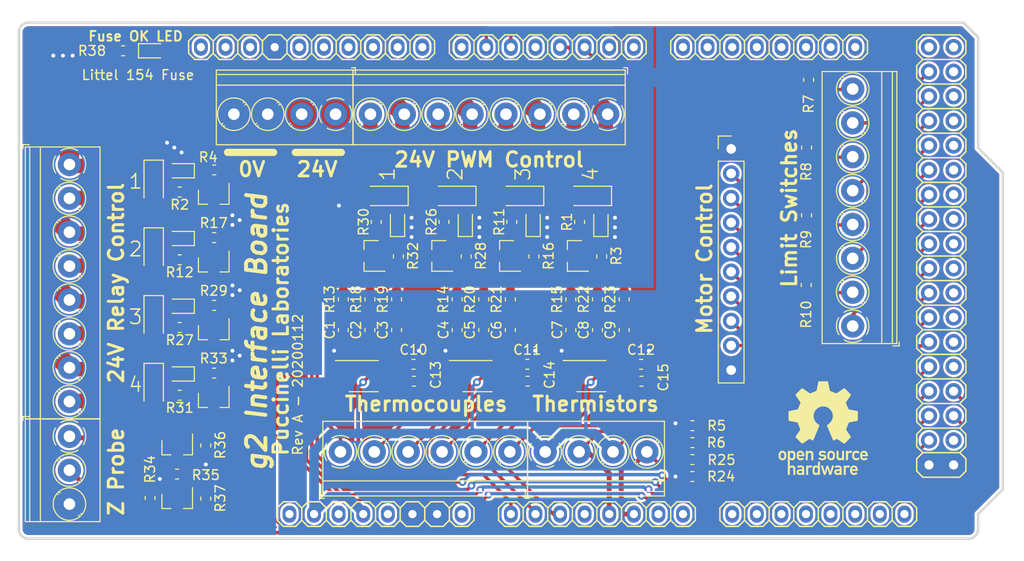
<source format=kicad_pcb>
(kicad_pcb (version 20171130) (host pcbnew "(5.1.5-0-10_14)")
  (layers (0 Top signal) (31 Bottom signal) (34 B.Paste user hide) (35 F.Paste user hide) (36 B.SilkS user hide) (37 F.SilkS user) (38 B.Mask user) (39 F.Mask user) (44 Edge.Cuts user))
  (net 0 "")
  (net 1 +5V)
  (net 2 GND)
  (net 3 +3V3)
  (net 4 /CANTX0)
  (net 5 /CANRX0)
  (net 6 /DAC1)
  (net 7 "/DAC0(CANRX1)")
  (net 8 "/AD11(TXD3)")
  (net 9 /AD10)
  (net 10 /AD9)
  (net 11 /AD8)
  (net 12 /AD7)
  (net 13 /AD6)
  (net 14 /AD5)
  (net 15 /AD4)
  (net 16 /AD3)
  (net 17 /AD2)
  (net 18 /AD1)
  (net 19 /AD0)
  (net 20 "Net-(C1-Pad2)")
  (net 21 "Net-(C2-Pad2)")
  (net 22 "Net-(C4-Pad2)")
  (net 23 "Net-(C5-Pad2)")
  (net 24 "Net-(C7-Pad2)")
  (net 25 "Net-(C8-Pad2)")
  (net 26 /SCL0-3)
  (net 27 /SDA0-3)
  (net 28 /RXD2)
  (net 29 /TXD2)
  (net 30 /RXD1)
  (net 31 /TXD1)
  (net 32 /RXD0)
  (net 33 /TXD0)
  (net 34 +24V)
  (net 35 /P0b)
  (net 36 /R0b)
  (net 37 /P1b)
  (net 38 /R1b)
  (net 39 /P2b)
  (net 40 /R2b)
  (net 41 "Net-(D13-Pad1)")
  (net 42 /P3b)
  (net 43 /R3b)
  (net 44 /K2b)
  (net 45 /K2a)
  (net 46 /K1b)
  (net 47 /K1a)
  (net 48 /K0b)
  (net 49 /K0a)
  (net 50 /PIN45)
  (net 51 /PIN43)
  (net 52 /PIN41)
  (net 53 /PIN39)
  (net 54 /PIN37)
  (net 55 /PIN35)
  (net 56 /PIN33)
  (net 57 /PIN31)
  (net 58 /PIN29)
  (net 59 /PIN27)
  (net 60 /PIN25)
  (net 61 /PIN23)
  (net 62 /S0)
  (net 63 /VIN)
  (net 64 /MASTER-RESET)
  (net 65 "Net-(POWER1-Pad1)")
  (net 66 /SCL1)
  (net 67 /SDA1)
  (net 68 /AREF)
  (net 69 /PWM13)
  (net 70 /PWM12)
  (net 71 /PWM11)
  (net 72 /SS0/PWM10)
  (net 73 /PWM9)
  (net 74 /PWM8)
  (net 75 /PWM7)
  (net 76 /PWM6)
  (net 77 /PWM5)
  (net 78 /SS1/PWM4)
  (net 79 /PWM3)
  (net 80 /PWM2)
  (net 81 /TX)
  (net 82 /RX)
  (net 83 /PIN47)
  (net 84 /PIN49)
  (net 85 /PIN51)
  (net 86 /CANTX1)
  (net 87 "Net-(Q9-Pad3)")
  (net 88 "Net-(Q9-Pad1)")
  (net 89 /PIN22)
  (net 90 /PIN24)
  (net 91 "Net-(U1-Pad4)")
  (net 92 "Net-(U2-Pad4)")
  (net 93 "Net-(U3-Pad4)")
  (net 94 "/AD14(RXD3)")
  (net 95 /PIN50)
  (net 96 /PIN48)
  (net 97 /PIN46)
  (net 98 /PIN44)
  (net 99 /PIN42)
  (net 100 /PIN40)
  (net 101 /PIN38)
  (net 102 /PIN36)
  (net 103 /PIN34)
  (net 104 /PIN32)
  (net 105 /PIN30)
  (net 106 /PIN28)
  (net 107 /PIN26)
  (net 108 /SolPwr)
  (net 109 "Net-(D1-Pad1)")
  (net 110 "Net-(D2-Pad1)")
  (net 111 "Net-(D5-Pad1)")
  (net 112 "Net-(D6-Pad1)")
  (net 113 "Net-(D9-Pad1)")
  (net 114 "Net-(D10-Pad1)")
  (net 115 "Net-(D14-Pad1)")
  (net 116 "Net-(F1-Pad2)")
  (net 117 "Net-(J3-Pad8)")
  (net 118 "Net-(J3-Pad6)")
  (net 119 "Net-(J3-Pad4)")
  (net 120 "Net-(J3-Pad2)")
  (net 121 "Net-(XIO1-Pad2)")
  (net 122 "Net-(XIO1-Pad1)")
  (net 123 "Net-(D17-Pad1)")
  (module LED_SMD:LED_0603_1608Metric (layer Top) (at 111.5375 81.25)
    (fp_text reference D17 hide)
    (fp_text value LED)
    (pad 2 smd roundrect (at 0.7875 0) (size 0.875 0.95) (layers Top F.Paste F.Mask) (net 34 +24V))
    (pad 1 smd roundrect (at -0.7875 0) (size 0.875 0.95) (layers Top F.Paste F.Mask) (net 123 "Net-(D17-Pad1)"))
  )
  (module Custom_Footprints:OSHW (layer Top) (at 180.75 120.25)
    (fp_text reference G*** hide)
    (fp_text value LOGO hide)
  )
  (module Resistor_SMD:R_0603_1608Metric (layer Top) (at 108.4625 81.25)
    (fp_text reference R38 (at -3.2125 0) (layer F.SilkS))
    (fp_text value 10K)
    (pad 2 smd roundrect (at 0.7875 0) (size 0.875 0.95) (layers Top F.Paste F.Mask) (net 123 "Net-(D17-Pad1)"))
    (pad 1 smd roundrect (at -0.7875 0) (size 0.875 0.95) (layers Top F.Paste F.Mask) (net 2 GND))
  )
  (module TerminalBlock_Phoenix:TerminalBlock_Phoenix_PT-1,5-6-3.5-H_1x06_P3.50mm_Horizontal (layer Top) (at 130.9 122.7)
    (fp_text reference J1 hide)
    (fp_text value K-type_ScrewTerm)
    (pad 6 thru_hole circle (at 17.5 0) (size 2.4 2.4) (drill 1.2) (layers *.Cu *.Mask) (net 44 /K2b))
    (pad 5 thru_hole circle (at 14 0) (size 2.4 2.4) (drill 1.2) (layers *.Cu *.Mask) (net 45 /K2a))
    (pad 4 thru_hole circle (at 10.5 0) (size 2.4 2.4) (drill 1.2) (layers *.Cu *.Mask) (net 46 /K1b))
    (pad 3 thru_hole circle (at 7 0) (size 2.4 2.4) (drill 1.2) (layers *.Cu *.Mask) (net 47 /K1a))
    (pad 2 thru_hole circle (at 3.5 0) (size 2.4 2.4) (drill 1.2) (layers *.Cu *.Mask) (net 48 /K0b))
    (pad 1 thru_hole circle (at 0 0) (size 2.4 2.4) (drill 1.2) (layers *.Cu *.Mask) (net 49 /K0a))
  )
  (module TerminalBlock_Phoenix:TerminalBlock_Phoenix_PT-1,5-8-3.5-H_1x08_P3.50mm_Horizontal (layer Top) (at 183.8 109.7 90)
    (fp_text reference J3 hide)
    (fp_text value LimSwitch_ScrewTerm)
    (pad 8 thru_hole circle (at 24.5 0 90) (size 2.4 2.4) (drill 1.2) (layers *.Cu *.Mask) (net 117 "Net-(J3-Pad8)"))
    (pad 7 thru_hole circle (at 21 0 90) (size 2.4 2.4) (drill 1.2) (layers *.Cu *.Mask) (net 89 /PIN22))
    (pad 6 thru_hole circle (at 17.5 0 90) (size 2.4 2.4) (drill 1.2) (layers *.Cu *.Mask) (net 118 "Net-(J3-Pad6)"))
    (pad 5 thru_hole circle (at 14 0 90) (size 2.4 2.4) (drill 1.2) (layers *.Cu *.Mask) (net 90 /PIN24))
    (pad 4 thru_hole circle (at 10.5 0 90) (size 2.4 2.4) (drill 1.2) (layers *.Cu *.Mask) (net 119 "Net-(J3-Pad4)"))
    (pad 3 thru_hole circle (at 7 0 90) (size 2.4 2.4) (drill 1.2) (layers *.Cu *.Mask) (net 107 /PIN26))
    (pad 2 thru_hole circle (at 3.5 0 90) (size 2.4 2.4) (drill 1.2) (layers *.Cu *.Mask) (net 120 "Net-(J3-Pad2)"))
    (pad 1 thru_hole circle (at 0 0 90) (size 2.4 2.4) (drill 1.2) (layers *.Cu *.Mask) (net 106 /PIN28))
  )
  (module Connector_PinHeader_2.54mm:PinHeader_1x10_P2.54mm_Vertical (layer Top) (at 171.25 91.39)
    (fp_text reference J2 hide)
    (fp_text value StepDir_Header)
    (pad 10 thru_hole rect (at 0 22.86) (size 1.7 1.7) (drill 1) (layers *.Cu *.Mask) (net 2 GND))
    (pad 9 thru_hole oval (at 0 20.32) (size 1.7 1.7) (drill 1) (layers *.Cu *.Mask) (net 98 /PIN44))
    (pad 8 thru_hole oval (at 0 17.78) (size 1.7 1.7) (drill 1) (layers *.Cu *.Mask) (net 99 /PIN42))
    (pad 7 thru_hole oval (at 0 15.24) (size 1.7 1.7) (drill 1) (layers *.Cu *.Mask) (net 100 /PIN40))
    (pad 6 thru_hole oval (at 0 12.7) (size 1.7 1.7) (drill 1) (layers *.Cu *.Mask) (net 101 /PIN38))
    (pad 5 thru_hole oval (at 0 10.16) (size 1.7 1.7) (drill 1) (layers *.Cu *.Mask) (net 102 /PIN36))
    (pad 4 thru_hole oval (at 0 7.62) (size 1.7 1.7) (drill 1) (layers *.Cu *.Mask) (net 103 /PIN34))
    (pad 3 thru_hole oval (at 0 5.08) (size 1.7 1.7) (drill 1) (layers *.Cu *.Mask) (net 104 /PIN32))
    (pad 2 thru_hole oval (at 0 2.54) (size 1.7 1.7) (drill 1) (layers *.Cu *.Mask) (net 105 /PIN30))
    (pad 1 thru_hole rect (at 0 0) (size 1.7 1.7) (drill 1) (layers *.Cu *.Mask) (net 2 GND))
  )
  (module TerminalBlock_Phoenix:TerminalBlock_Phoenix_PT-1,5-8-3.5-H_1x08_P3.50mm_Horizontal (layer Top) (at 158.5 87.8 180)
    (fp_text reference J5 hide)
    (fp_text value PWMLoad_ScrewTerm)
    (pad 8 thru_hole circle (at 24.5 0 180) (size 2.4 2.4) (drill 1.2) (layers *.Cu *.Mask) (net 42 /P3b))
    (pad 7 thru_hole circle (at 21 0 180) (size 2.4 2.4) (drill 1.2) (layers *.Cu *.Mask) (net 34 +24V))
    (pad 6 thru_hole circle (at 17.5 0 180) (size 2.4 2.4) (drill 1.2) (layers *.Cu *.Mask) (net 39 /P2b))
    (pad 5 thru_hole circle (at 14 0 180) (size 2.4 2.4) (drill 1.2) (layers *.Cu *.Mask) (net 34 +24V))
    (pad 4 thru_hole circle (at 10.5 0 180) (size 2.4 2.4) (drill 1.2) (layers *.Cu *.Mask) (net 37 /P1b))
    (pad 3 thru_hole circle (at 7 0 180) (size 2.4 2.4) (drill 1.2) (layers *.Cu *.Mask) (net 34 +24V))
    (pad 2 thru_hole circle (at 3.5 0 180) (size 2.4 2.4) (drill 1.2) (layers *.Cu *.Mask) (net 35 /P0b))
    (pad 1 thru_hole circle (at 0 0 180) (size 2.4 2.4) (drill 1.2) (layers *.Cu *.Mask) (net 34 +24V))
  )
  (module TerminalBlock_Phoenix:TerminalBlock_Phoenix_PT-1,5-4-3.5-H_1x04_P3.50mm_Horizontal (layer Top) (at 152.05 122.7)
    (fp_text reference J4 hide)
    (fp_text value NTC100K_ScrewTerm)
    (pad 4 thru_hole circle (at 10.5 0) (size 2.4 2.4) (drill 1.2) (layers *.Cu *.Mask) (net 14 /AD5))
    (pad 3 thru_hole circle (at 7 0) (size 2.4 2.4) (drill 1.2) (layers *.Cu *.Mask) (net 3 +3V3))
    (pad 2 thru_hole circle (at 3.5 0) (size 2.4 2.4) (drill 1.2) (layers *.Cu *.Mask) (net 15 /AD4))
    (pad 1 thru_hole circle (at 0 0) (size 2.4 2.4) (drill 1.2) (layers *.Cu *.Mask) (net 3 +3V3))
  )
  (module TerminalBlock_Phoenix:TerminalBlock_Phoenix_PT-1,5-8-3.5-H_1x08_P3.50mm_Horizontal (layer Top) (at 102.92 93 270)
    (fp_text reference J6 hide)
    (fp_text value RelayLoad_ScrewTerm)
    (pad 8 thru_hole circle (at 24.5 0 270) (size 2.4 2.4) (drill 1.2) (layers *.Cu *.Mask) (net 43 /R3b))
    (pad 7 thru_hole circle (at 21 0 270) (size 2.4 2.4) (drill 1.2) (layers *.Cu *.Mask) (net 34 +24V))
    (pad 6 thru_hole circle (at 17.5 0 270) (size 2.4 2.4) (drill 1.2) (layers *.Cu *.Mask) (net 40 /R2b))
    (pad 5 thru_hole circle (at 14 0 270) (size 2.4 2.4) (drill 1.2) (layers *.Cu *.Mask) (net 34 +24V))
    (pad 4 thru_hole circle (at 10.5 0 270) (size 2.4 2.4) (drill 1.2) (layers *.Cu *.Mask) (net 38 /R1b))
    (pad 3 thru_hole circle (at 7 0 270) (size 2.4 2.4) (drill 1.2) (layers *.Cu *.Mask) (net 34 +24V))
    (pad 2 thru_hole circle (at 3.5 0 270) (size 2.4 2.4) (drill 1.2) (layers *.Cu *.Mask) (net 36 /R0b))
    (pad 1 thru_hole circle (at 0 0 270) (size 2.4 2.4) (drill 1.2) (layers *.Cu *.Mask) (net 34 +24V))
  )
  (module TerminalBlock_Phoenix:TerminalBlock_Phoenix_PT-1,5-3-3.5-H_1x03_P3.50mm_Horizontal (layer Top) (at 102.92 121.1 270)
    (fp_text reference J7 hide)
    (fp_text value ZProbe_ScrewTerm)
    (pad 3 thru_hole rect (at 7 0 270) (size 2.4 2.4) (drill 1.2) (layers *.Cu *.Mask) (net 2 GND))
    (pad 2 thru_hole circle (at 3.5 0 270) (size 2.4 2.4) (drill 1.2) (layers *.Cu *.Mask) (net 62 /S0))
    (pad 1 thru_hole circle (at 0 0 270) (size 2.4 2.4) (drill 1.2) (layers *.Cu *.Mask) (net 108 /SolPwr))
  )
  (module TerminalBlock_Phoenix:TerminalBlock_Phoenix_PT-1,5-4-3.5-H_1x04_P3.50mm_Horizontal (layer Top) (at 130.4 87.8 180)
    (fp_text reference J8 hide)
    (fp_text value Power_ScrewTerm)
    (pad 4 thru_hole rect (at 10.5 0 180) (size 2.4 2.4) (drill 1.2) (layers *.Cu *.Mask) (net 2 GND))
    (pad 3 thru_hole rect (at 7 0 180) (size 2.4 2.4) (drill 1.2) (layers *.Cu *.Mask) (net 2 GND))
    (pad 2 thru_hole circle (at 3.5 0 180) (size 2.4 2.4) (drill 1.2) (layers *.Cu *.Mask) (net 116 "Net-(F1-Pad2)"))
    (pad 1 thru_hole circle (at 0 0 180) (size 2.4 2.4) (drill 1.2) (layers *.Cu *.Mask) (net 116 "Net-(F1-Pad2)"))
  )
  (module Fuse:Littelfuse_154Holder_Custom (layer Top) (at 109.78 89.7)
    (fp_text reference F1 hide)
    (fp_text value Fuse)
    (pad 2 smd rect (at 3.47 -2.7) (size 4.24 3.81) (layers Top F.Paste F.Mask) (net 116 "Net-(F1-Pad2)"))
    (pad 1 smd rect (at -2.9 -2.7) (size 4.24 3.81) (layers Top F.Paste F.Mask) (net 34 +24V))
  )
  (module Resistor_SMD:R_0603_1608Metric (layer Top) (at 114.3075 95.85)
    (fp_text reference R2 (at 0 1.3) (layer F.SilkS))
    (fp_text value 10K)
    (pad 2 smd roundrect (at 0.7875 0) (size 0.875 0.95) (layers Top F.Paste F.Mask) (net 110 "Net-(D2-Pad1)"))
    (pad 1 smd roundrect (at -0.7875 0) (size 0.875 0.95) (layers Top F.Paste F.Mask) (net 36 /R0b))
  )
  (module Resistor_SMD:R_0603_1608Metric (layer Top) (at 114.3075 102.85)
    (fp_text reference R12 (at 0 1.3) (layer F.SilkS))
    (fp_text value 10K)
    (pad 2 smd roundrect (at 0.7875 0) (size 0.875 0.95) (layers Top F.Paste F.Mask) (net 112 "Net-(D6-Pad1)"))
    (pad 1 smd roundrect (at -0.7875 0) (size 0.875 0.95) (layers Top F.Paste F.Mask) (net 38 /R1b))
  )
  (module Resistor_SMD:R_0603_1608Metric (layer Top) (at 114.3075 109.85)
    (fp_text reference R27 (at 0 1.3) (layer F.SilkS))
    (fp_text value 10K)
    (pad 2 smd roundrect (at 0.7875 0) (size 0.875 0.95) (layers Top F.Paste F.Mask) (net 114 "Net-(D10-Pad1)"))
    (pad 1 smd roundrect (at -0.7875 0) (size 0.875 0.95) (layers Top F.Paste F.Mask) (net 40 /R2b))
  )
  (module Resistor_SMD:R_0603_1608Metric (layer Top) (at 114.3075 116.85)
    (fp_text reference R31 (at 0 1.3) (layer F.SilkS))
    (fp_text value 10K)
    (pad 2 smd roundrect (at 0.7875 0) (size 0.875 0.95) (layers Top F.Paste F.Mask) (net 115 "Net-(D14-Pad1)"))
    (pad 1 smd roundrect (at -0.7875 0) (size 0.875 0.95) (layers Top F.Paste F.Mask) (net 43 /R3b))
  )
  (module Resistor_SMD:R_0603_1608Metric (layer Top) (at 155.6 98.9375 270)
    (fp_text reference R1 (at 0 1.3 90) (layer F.SilkS))
    (fp_text value 10K)
    (pad 2 smd roundrect (at 0.7875 0 270) (size 0.875 0.95) (layers Top F.Paste F.Mask) (net 109 "Net-(D1-Pad1)"))
    (pad 1 smd roundrect (at -0.7875 0 270) (size 0.875 0.95) (layers Top F.Paste F.Mask) (net 35 /P0b))
  )
  (module Resistor_SMD:R_0603_1608Metric (layer Top) (at 148.6 98.9375 270)
    (fp_text reference R11 (at 0 1.3 90) (layer F.SilkS))
    (fp_text value 10K)
    (pad 2 smd roundrect (at 0.7875 0 270) (size 0.875 0.95) (layers Top F.Paste F.Mask) (net 111 "Net-(D5-Pad1)"))
    (pad 1 smd roundrect (at -0.7875 0 270) (size 0.875 0.95) (layers Top F.Paste F.Mask) (net 37 /P1b))
  )
  (module Resistor_SMD:R_0603_1608Metric (layer Top) (at 141.6 98.9375 270)
    (fp_text reference R26 (at 0 1.3 90) (layer F.SilkS))
    (fp_text value 10K)
    (pad 2 smd roundrect (at 0.7875 0 270) (size 0.875 0.95) (layers Top F.Paste F.Mask) (net 113 "Net-(D9-Pad1)"))
    (pad 1 smd roundrect (at -0.7875 0 270) (size 0.875 0.95) (layers Top F.Paste F.Mask) (net 39 /P2b))
  )
  (module Package_TO_SOT_SMD:SOT-23 (layer Top) (at 117.82 96.35 270)
    (fp_text reference Q2 hide)
    (fp_text value "30V 5.7A NMOS")
    (pad 3 smd rect (at 1 0 270) (size 0.9 0.8) (layers Top F.Paste F.Mask) (net 36 /R0b))
    (pad 2 smd rect (at -1 0.95 270) (size 0.9 0.8) (layers Top F.Paste F.Mask) (net 2 GND))
    (pad 1 smd rect (at -1 -0.95 270) (size 0.9 0.8) (layers Top F.Paste F.Mask) (net 97 /PIN46))
  )
  (module Package_TO_SOT_SMD:SOT-23 (layer Top) (at 117.82 103.35 270)
    (fp_text reference Q4 hide)
    (fp_text value "30V 5.7A NMOS")
    (pad 3 smd rect (at 1 0 270) (size 0.9 0.8) (layers Top F.Paste F.Mask) (net 38 /R1b))
    (pad 2 smd rect (at -1 0.95 270) (size 0.9 0.8) (layers Top F.Paste F.Mask) (net 2 GND))
    (pad 1 smd rect (at -1 -0.95 270) (size 0.9 0.8) (layers Top F.Paste F.Mask) (net 96 /PIN48))
  )
  (module Package_TO_SOT_SMD:SOT-23 (layer Top) (at 117.82 110.35 270)
    (fp_text reference Q6 hide)
    (fp_text value "30V 5.7A NMOS")
    (pad 3 smd rect (at 1 0 270) (size 0.9 0.8) (layers Top F.Paste F.Mask) (net 40 /R2b))
    (pad 2 smd rect (at -1 0.95 270) (size 0.9 0.8) (layers Top F.Paste F.Mask) (net 2 GND))
    (pad 1 smd rect (at -1 -0.95 270) (size 0.9 0.8) (layers Top F.Paste F.Mask) (net 95 /PIN50))
  )
  (module Package_TO_SOT_SMD:SOT-23 (layer Top) (at 117.82 117.35 270)
    (fp_text reference Q8 hide)
    (fp_text value "30V 5.7A NMOS")
    (pad 3 smd rect (at 1 0 270) (size 0.9 0.8) (layers Top F.Paste F.Mask) (net 43 /R3b))
    (pad 2 smd rect (at -1 0.95 270) (size 0.9 0.8) (layers Top F.Paste F.Mask) (net 2 GND))
    (pad 1 smd rect (at -1 -0.95 270) (size 0.9 0.8) (layers Top F.Paste F.Mask) (net 94 "/AD14(RXD3)"))
  )
  (module Package_TO_SOT_SMD:SOT-23 (layer Top) (at 155.1 102.45 180)
    (fp_text reference Q1 hide)
    (fp_text value "30V 5.7A NMOS")
    (pad 3 smd rect (at 1 0 180) (size 0.9 0.8) (layers Top F.Paste F.Mask) (net 35 /P0b))
    (pad 2 smd rect (at -1 0.95 180) (size 0.9 0.8) (layers Top F.Paste F.Mask) (net 2 GND))
    (pad 1 smd rect (at -1 -0.95 180) (size 0.9 0.8) (layers Top F.Paste F.Mask) (net 79 /PWM3))
  )
  (module Package_TO_SOT_SMD:SOT-23 (layer Top) (at 148.1 102.45 180)
    (fp_text reference Q3 hide)
    (fp_text value "30V 5.7A NMOS")
    (pad 3 smd rect (at 1 0 180) (size 0.9 0.8) (layers Top F.Paste F.Mask) (net 37 /P1b))
    (pad 2 smd rect (at -1 0.95 180) (size 0.9 0.8) (layers Top F.Paste F.Mask) (net 2 GND))
    (pad 1 smd rect (at -1 -0.95 180) (size 0.9 0.8) (layers Top F.Paste F.Mask) (net 80 /PWM2))
  )
  (module Package_TO_SOT_SMD:SOT-23 (layer Top) (at 141.1 102.45 180)
    (fp_text reference Q5 hide)
    (fp_text value "30V 5.7A NMOS")
    (pad 3 smd rect (at 1 0 180) (size 0.9 0.8) (layers Top F.Paste F.Mask) (net 39 /P2b))
    (pad 2 smd rect (at -1 0.95 180) (size 0.9 0.8) (layers Top F.Paste F.Mask) (net 2 GND))
    (pad 1 smd rect (at -1 -0.95 180) (size 0.9 0.8) (layers Top F.Paste F.Mask) (net 77 /PWM5))
  )
  (module LED_SMD:LED_0603_1608Metric (layer Top) (at 114.3325 93.65 180)
    (fp_text reference D2 hide)
    (fp_text value LED)
    (pad 2 smd roundrect (at 0.7875 0 180) (size 0.875 0.95) (layers Top F.Paste F.Mask) (net 34 +24V))
    (pad 1 smd roundrect (at -0.7875 0 180) (size 0.875 0.95) (layers Top F.Paste F.Mask) (net 110 "Net-(D2-Pad1)"))
  )
  (module LED_SMD:LED_0603_1608Metric (layer Top) (at 114.3325 100.65 180)
    (fp_text reference D6 hide)
    (fp_text value LED)
    (pad 2 smd roundrect (at 0.7875 0 180) (size 0.875 0.95) (layers Top F.Paste F.Mask) (net 34 +24V))
    (pad 1 smd roundrect (at -0.7875 0 180) (size 0.875 0.95) (layers Top F.Paste F.Mask) (net 112 "Net-(D6-Pad1)"))
  )
  (module LED_SMD:LED_0603_1608Metric (layer Top) (at 114.3325 107.65 180)
    (fp_text reference D10 hide)
    (fp_text value LED)
    (pad 2 smd roundrect (at 0.7875 0 180) (size 0.875 0.95) (layers Top F.Paste F.Mask) (net 34 +24V))
    (pad 1 smd roundrect (at -0.7875 0 180) (size 0.875 0.95) (layers Top F.Paste F.Mask) (net 114 "Net-(D10-Pad1)"))
  )
  (module LED_SMD:LED_0603_1608Metric (layer Top) (at 114.3325 114.65 180)
    (fp_text reference D14 hide)
    (fp_text value LED)
    (pad 2 smd roundrect (at 0.7875 0 180) (size 0.875 0.95) (layers Top F.Paste F.Mask) (net 34 +24V))
    (pad 1 smd roundrect (at -0.7875 0 180) (size 0.875 0.95) (layers Top F.Paste F.Mask) (net 115 "Net-(D14-Pad1)"))
  )
  (module LED_SMD:LED_0603_1608Metric (layer Top) (at 157.8 98.9625 90)
    (fp_text reference D1 hide)
    (fp_text value LED)
    (pad 2 smd roundrect (at 0.7875 0 90) (size 0.875 0.95) (layers Top F.Paste F.Mask) (net 34 +24V))
    (pad 1 smd roundrect (at -0.7875 0 90) (size 0.875 0.95) (layers Top F.Paste F.Mask) (net 109 "Net-(D1-Pad1)"))
  )
  (module LED_SMD:LED_0603_1608Metric (layer Top) (at 150.8 98.9625 90)
    (fp_text reference D5 hide)
    (fp_text value LED)
    (pad 2 smd roundrect (at 0.7875 0 90) (size 0.875 0.95) (layers Top F.Paste F.Mask) (net 34 +24V))
    (pad 1 smd roundrect (at -0.7875 0 90) (size 0.875 0.95) (layers Top F.Paste F.Mask) (net 111 "Net-(D5-Pad1)"))
  )
  (module LED_SMD:LED_0603_1608Metric (layer Top) (at 143.8 98.9625 90)
    (fp_text reference D9 hide)
    (fp_text value LED)
    (pad 2 smd roundrect (at 0.7875 0 90) (size 0.875 0.95) (layers Top F.Paste F.Mask) (net 34 +24V))
    (pad 1 smd roundrect (at -0.7875 0 90) (size 0.875 0.95) (layers Top F.Paste F.Mask) (net 113 "Net-(D9-Pad1)"))
  )
  (module Diode_SMD:D_SOD-123 (layer Top) (at 111.62 94.8 270)
    (fp_text reference D4 hide)
    (fp_text value D_Schottky)
    (pad 2 smd rect (at 1.65 0 270) (size 0.9 1.2) (layers Top F.Paste F.Mask) (net 36 /R0b))
    (pad 1 smd rect (at -1.65 0 270) (size 0.9 1.2) (layers Top F.Paste F.Mask) (net 34 +24V))
  )
  (module Diode_SMD:D_SOD-123 (layer Top) (at 111.62 101.8 270)
    (fp_text reference D8 hide)
    (fp_text value D_Schottky)
    (pad 2 smd rect (at 1.65 0 270) (size 0.9 1.2) (layers Top F.Paste F.Mask) (net 38 /R1b))
    (pad 1 smd rect (at -1.65 0 270) (size 0.9 1.2) (layers Top F.Paste F.Mask) (net 34 +24V))
  )
  (module Diode_SMD:D_SOD-123 (layer Top) (at 111.62 108.8 270)
    (fp_text reference D12 hide)
    (fp_text value D_Schottky)
    (pad 2 smd rect (at 1.65 0 270) (size 0.9 1.2) (layers Top F.Paste F.Mask) (net 40 /R2b))
    (pad 1 smd rect (at -1.65 0 270) (size 0.9 1.2) (layers Top F.Paste F.Mask) (net 34 +24V))
  )
  (module Diode_SMD:D_SOD-123 (layer Top) (at 111.62 115.8 270)
    (fp_text reference D16 hide)
    (fp_text value D_Schottky)
    (pad 2 smd rect (at 1.65 0 270) (size 0.9 1.2) (layers Top F.Paste F.Mask) (net 43 /R3b))
    (pad 1 smd rect (at -1.65 0 270) (size 0.9 1.2) (layers Top F.Paste F.Mask) (net 34 +24V))
  )
  (module Diode_SMD:D_SOD-123 (layer Top) (at 156.65 96.25 180)
    (fp_text reference D3 hide)
    (fp_text value D_Schottky)
    (pad 2 smd rect (at 1.65 0 180) (size 0.9 1.2) (layers Top F.Paste F.Mask) (net 35 /P0b))
    (pad 1 smd rect (at -1.65 0 180) (size 0.9 1.2) (layers Top F.Paste F.Mask) (net 34 +24V))
  )
  (module Diode_SMD:D_SOD-123 (layer Top) (at 149.65 96.25 180)
    (fp_text reference D7 hide)
    (fp_text value D_Schottky)
    (pad 2 smd rect (at 1.65 0 180) (size 0.9 1.2) (layers Top F.Paste F.Mask) (net 37 /P1b))
    (pad 1 smd rect (at -1.65 0 180) (size 0.9 1.2) (layers Top F.Paste F.Mask) (net 34 +24V))
  )
  (module Diode_SMD:D_SOD-123 (layer Top) (at 142.65 96.25 180)
    (fp_text reference D11 hide)
    (fp_text value D_Schottky)
    (pad 2 smd rect (at 1.65 0 180) (size 0.9 1.2) (layers Top F.Paste F.Mask) (net 39 /P2b))
    (pad 1 smd rect (at -1.65 0 180) (size 0.9 1.2) (layers Top F.Paste F.Mask) (net 34 +24V))
  )
  (module Resistor_SMD:R_0603_1608Metric (layer Top) (at 117.87 93.5625)
    (fp_text reference R4 (at -0.62 -1.3125) (layer F.SilkS))
    (fp_text value 10k)
    (pad 2 smd roundrect (at 0.7875 0) (size 0.875 0.95) (layers Top F.Paste F.Mask) (net 97 /PIN46))
    (pad 1 smd roundrect (at -0.7875 0) (size 0.875 0.95) (layers Top F.Paste F.Mask) (net 2 GND))
  )
  (module Resistor_SMD:R_0603_1608Metric (layer Top) (at 117.87 100.5625)
    (fp_text reference R17 (at -0.05 -1.5125) (layer F.SilkS))
    (fp_text value 10k)
    (pad 2 smd roundrect (at 0.7875 0) (size 0.875 0.95) (layers Top F.Paste F.Mask) (net 96 /PIN48))
    (pad 1 smd roundrect (at -0.7875 0) (size 0.875 0.95) (layers Top F.Paste F.Mask) (net 2 GND))
  )
  (module Resistor_SMD:R_0603_1608Metric (layer Top) (at 117.87 107.5625)
    (fp_text reference R29 (at -0.05 -1.5125) (layer F.SilkS))
    (fp_text value 10k)
    (pad 2 smd roundrect (at 0.7875 0) (size 0.875 0.95) (layers Top F.Paste F.Mask) (net 95 /PIN50))
    (pad 1 smd roundrect (at -0.7875 0) (size 0.875 0.95) (layers Top F.Paste F.Mask) (net 2 GND))
  )
  (module Resistor_SMD:R_0603_1608Metric (layer Top) (at 117.87 114.5625)
    (fp_text reference R33 (at -0.05 -1.5125) (layer F.SilkS))
    (fp_text value 10k)
    (pad 2 smd roundrect (at 0.7875 0) (size 0.875 0.95) (layers Top F.Paste F.Mask) (net 94 "/AD14(RXD3)"))
    (pad 1 smd roundrect (at -0.7875 0) (size 0.875 0.95) (layers Top F.Paste F.Mask) (net 2 GND))
  )
  (module Resistor_SMD:R_0603_1608Metric (layer Top) (at 157.8875 102.5 270)
    (fp_text reference R3 (at -0.05 -1.5125 90) (layer F.SilkS))
    (fp_text value 10k)
    (pad 2 smd roundrect (at 0.7875 0 270) (size 0.875 0.95) (layers Top F.Paste F.Mask) (net 79 /PWM3))
    (pad 1 smd roundrect (at -0.7875 0 270) (size 0.875 0.95) (layers Top F.Paste F.Mask) (net 2 GND))
  )
  (module Resistor_SMD:R_0603_1608Metric (layer Top) (at 150.8875 102.5 270)
    (fp_text reference R16 (at -0.05 -1.5125 90) (layer F.SilkS))
    (fp_text value 10k)
    (pad 2 smd roundrect (at 0.7875 0 270) (size 0.875 0.95) (layers Top F.Paste F.Mask) (net 80 /PWM2))
    (pad 1 smd roundrect (at -0.7875 0 270) (size 0.875 0.95) (layers Top F.Paste F.Mask) (net 2 GND))
  )
  (module Resistor_SMD:R_0603_1608Metric (layer Top) (at 143.8875 102.5 270)
    (fp_text reference R28 (at -0.05 -1.5125 90) (layer F.SilkS))
    (fp_text value 10k)
    (pad 2 smd roundrect (at 0.7875 0 270) (size 0.875 0.95) (layers Top F.Paste F.Mask) (net 77 /PWM5))
    (pad 1 smd roundrect (at -0.7875 0 270) (size 0.875 0.95) (layers Top F.Paste F.Mask) (net 2 GND))
  )
  (module Resistor_SMD:R_0603_1608Metric (layer Top) (at 114.0375 125 180)
    (fp_text reference R35 (at -2.9625 -0.1 180) (layer F.SilkS))
    (fp_text value 10K)
    (pad 2 smd roundrect (at 0.7875 0 180) (size 0.875 0.95) (layers Top F.Paste F.Mask) (net 2 GND))
    (pad 1 smd roundrect (at -0.7875 0 180) (size 0.875 0.95) (layers Top F.Paste F.Mask) (net 88 "Net-(Q9-Pad1)"))
  )
  (module Package_TO_SOT_SMD:SOT-23 (layer Top) (at 114.05 127.8 270)
    (fp_text reference Q9 hide)
    (fp_text value "30V 5.7A NMOS")
    (pad 3 smd rect (at 1 0 270) (size 0.9 0.8) (layers Top F.Paste F.Mask) (net 87 "Net-(Q9-Pad3)"))
    (pad 2 smd rect (at -1 0.95 270) (size 0.9 0.8) (layers Top F.Paste F.Mask) (net 2 GND))
    (pad 1 smd rect (at -1 -0.95 270) (size 0.9 0.8) (layers Top F.Paste F.Mask) (net 88 "Net-(Q9-Pad1)"))
  )
  (module Resistor_SMD:R_0603_1608Metric (layer Top) (at 117 127.5375 270)
    (fp_text reference R37 (at -0.0375 -1.5 270) (layer F.SilkS))
    (fp_text value 10K)
    (pad 2 smd roundrect (at 0.7875 0 270) (size 0.875 0.95) (layers Top F.Paste F.Mask) (net 87 "Net-(Q9-Pad3)"))
    (pad 1 smd roundrect (at -0.7875 0 270) (size 0.875 0.95) (layers Top F.Paste F.Mask) (net 84 /PIN49))
  )
  (module Resistor_SMD:R_0603_1608Metric (layer Top) (at 111.25 127.4625 90)
    (fp_text reference R34 (at 2.9625 0 270) (layer F.SilkS))
    (fp_text value 20K)
    (pad 2 smd roundrect (at 0.7875 0 90) (size 0.875 0.95) (layers Top F.Paste F.Mask) (net 88 "Net-(Q9-Pad1)"))
    (pad 1 smd roundrect (at -0.7875 0 90) (size 0.875 0.95) (layers Top F.Paste F.Mask) (net 62 /S0))
  )
  (module Resistor_SMD:R_0603_1608Metric (layer Top) (at 117 122.0375 270)
    (fp_text reference R36 (at -0.0375 -1.5 270) (layer F.SilkS))
    (fp_text value 10K)
    (pad 2 smd roundrect (at 0.7875 0 270) (size 0.875 0.95) (layers Top F.Paste F.Mask) (net 2 GND))
    (pad 1 smd roundrect (at -0.7875 0 270) (size 0.875 0.95) (layers Top F.Paste F.Mask) (net 85 /PIN51))
  )
  (module Resistor_SMD:R_0603_1608Metric (layer Top) (at 167.25 123.5 180)
    (fp_text reference R25 (at -3 -0.0375) (layer F.SilkS))
    (fp_text value 23K2)
    (pad 2 smd roundrect (at 0.7875 0 180) (size 0.875 0.95) (layers Top F.Paste F.Mask) (net 3 +3V3))
    (pad 1 smd roundrect (at -0.7875 0 180) (size 0.875 0.95) (layers Top F.Paste F.Mask) (net 14 /AD5))
  )
  (module Resistor_SMD:R_0603_1608Metric (layer Top) (at 167.25 125.25)
    (fp_text reference R24 (at 2.9625 0) (layer F.SilkS))
    (fp_text value 20K)
    (pad 2 smd roundrect (at 0.7875 0) (size 0.875 0.95) (layers Top F.Paste F.Mask) (net 14 /AD5))
    (pad 1 smd roundrect (at -0.7875 0) (size 0.875 0.95) (layers Top F.Paste F.Mask) (net 2 GND))
  )
  (module Resistor_SMD:R_0603_1608Metric (layer Top) (at 179 105.4625 90)
    (fp_text reference R10 (at -3.0375 0 90) (layer F.SilkS))
    (fp_text value 10K)
    (pad 2 smd roundrect (at 0.7875 0 90) (size 0.875 0.95) (layers Top F.Paste F.Mask) (net 3 +3V3))
    (pad 1 smd roundrect (at -0.7875 0 90) (size 0.875 0.95) (layers Top F.Paste F.Mask) (net 120 "Net-(J3-Pad2)"))
  )
  (module Resistor_SMD:R_0603_1608Metric (layer Top) (at 179.0375 98.25 90)
    (fp_text reference R9 (at -2.5 -0.0375 90) (layer F.SilkS))
    (fp_text value 10K)
    (pad 2 smd roundrect (at 0.7875 0 90) (size 0.875 0.95) (layers Top F.Paste F.Mask) (net 3 +3V3))
    (pad 1 smd roundrect (at -0.7875 0 90) (size 0.875 0.95) (layers Top F.Paste F.Mask) (net 119 "Net-(J3-Pad4)"))
  )
  (module Resistor_SMD:R_0603_1608Metric (layer Top) (at 179.0375 91.25 90)
    (fp_text reference R8 (at -2.5 -0.0375 90) (layer F.SilkS))
    (fp_text value 10K)
    (pad 2 smd roundrect (at 0.7875 0 90) (size 0.875 0.95) (layers Top F.Paste F.Mask) (net 3 +3V3))
    (pad 1 smd roundrect (at -0.7875 0 90) (size 0.875 0.95) (layers Top F.Paste F.Mask) (net 118 "Net-(J3-Pad6)"))
  )
  (module Resistor_SMD:R_0603_1608Metric (layer Top) (at 179.25 84.25 90)
    (fp_text reference R7 (at -2.5 0 90) (layer F.SilkS))
    (fp_text value 10K)
    (pad 2 smd roundrect (at 0.7875 0 90) (size 0.875 0.95) (layers Top F.Paste F.Mask) (net 3 +3V3))
    (pad 1 smd roundrect (at -0.7875 0 90) (size 0.875 0.95) (layers Top F.Paste F.Mask) (net 117 "Net-(J3-Pad8)"))
  )
  (module Resistor_SMD:R_0603_1608Metric (layer Top) (at 167.25 121.75 180)
    (fp_text reference R6 (at -2.4625 0) (layer F.SilkS))
    (fp_text value 23K2)
    (pad 2 smd roundrect (at 0.7875 0 180) (size 0.875 0.95) (layers Top F.Paste F.Mask) (net 3 +3V3))
    (pad 1 smd roundrect (at -0.7875 0 180) (size 0.875 0.95) (layers Top F.Paste F.Mask) (net 15 /AD4))
  )
  (module Resistor_SMD:R_0603_1608Metric (layer Top) (at 167.25 120)
    (fp_text reference R5 (at 2.5 0) (layer F.SilkS))
    (fp_text value 20K)
    (pad 2 smd roundrect (at 0.7875 0) (size 0.875 0.95) (layers Top F.Paste F.Mask) (net 15 /AD4))
    (pad 1 smd roundrect (at -0.7875 0) (size 0.875 0.95) (layers Top F.Paste F.Mask) (net 2 GND))
  )
  (module Package_TO_SOT_SMD:SOT-23 (layer Top) (at 114.05 122.25 270)
    (fp_text reference Q10 hide)
    (fp_text value "30V 5.7A NMOS")
    (pad 3 smd rect (at 1 0 270) (size 0.9 0.8) (layers Top F.Paste F.Mask) (net 34 +24V))
    (pad 2 smd rect (at -1 0.95 270) (size 0.9 0.8) (layers Top F.Paste F.Mask) (net 108 /SolPwr))
    (pad 1 smd rect (at -1 -0.95 270) (size 0.9 0.8) (layers Top F.Paste F.Mask) (net 85 /PIN51))
  )
  (module Resistor_SMD:R_0603_1608Metric (layer Top) (at 136.8875 102.5 270)
    (fp_text reference R32 (at -0.05 -1.5125 90) (layer F.SilkS))
    (fp_text value 10k)
    (pad 1 smd roundrect (at -0.7875 0 270) (size 0.875 0.95) (layers Top F.Paste F.Mask) (net 2 GND))
    (pad 2 smd roundrect (at 0.7875 0 270) (size 0.875 0.95) (layers Top F.Paste F.Mask) (net 76 /PWM6))
  )
  (module Resistor_SMD:R_0603_1608Metric (layer Top) (at 134.6 98.9375 270)
    (fp_text reference R30 (at 0 1.3 90) (layer F.SilkS))
    (fp_text value 10K)
    (pad 1 smd roundrect (at -0.7875 0 270) (size 0.875 0.95) (layers Top F.Paste F.Mask) (net 42 /P3b))
    (pad 2 smd roundrect (at 0.7875 0 270) (size 0.875 0.95) (layers Top F.Paste F.Mask) (net 41 "Net-(D13-Pad1)"))
  )
  (module Diode_SMD:D_SOD-123 (layer Top) (at 135.65 96.25 180)
    (fp_text reference D15 hide)
    (fp_text value D_Schottky)
    (pad 1 smd rect (at -1.65 0 180) (size 0.9 1.2) (layers Top F.Paste F.Mask) (net 34 +24V))
    (pad 2 smd rect (at 1.65 0 180) (size 0.9 1.2) (layers Top F.Paste F.Mask) (net 42 /P3b))
  )
  (module LED_SMD:LED_0603_1608Metric (layer Top) (at 136.8 98.9625 90)
    (fp_text reference D13 hide)
    (fp_text value LED)
    (pad 1 smd roundrect (at -0.7875 0 90) (size 0.875 0.95) (layers Top F.Paste F.Mask) (net 41 "Net-(D13-Pad1)"))
    (pad 2 smd roundrect (at 0.7875 0 90) (size 0.875 0.95) (layers Top F.Paste F.Mask) (net 34 +24V))
  )
  (module Package_TO_SOT_SMD:SOT-23 (layer Top) (at 134.1 102.45 180)
    (fp_text reference Q7 hide)
    (fp_text value "30V 5.7A NMOS")
    (pad 1 smd rect (at -1 -0.95 180) (size 0.9 0.8) (layers Top F.Paste F.Mask) (net 76 /PWM6))
    (pad 2 smd rect (at -1 0.95 180) (size 0.9 0.8) (layers Top F.Paste F.Mask) (net 2 GND))
    (pad 3 smd rect (at 1 0 180) (size 0.9 0.8) (layers Top F.Paste F.Mask) (net 42 /P3b))
  )
  (module Resistor_SMD:R_0603_1608Metric (layer Top) (at 160.2 106.9375 90)
    (fp_text reference R23 (at 0 -1.43 90) (layer F.SilkS))
    (fp_text value 10K)
    (pad 1 smd roundrect (at -0.7875 0 90) (size 0.875 0.95) (layers Top F.Paste F.Mask) (net 44 /K2b))
    (pad 2 smd roundrect (at 0.7875 0 90) (size 0.875 0.95) (layers Top F.Paste F.Mask) (net 25 "Net-(C8-Pad2)"))
  )
  (module Resistor_SMD:R_0603_1608Metric (layer Top) (at 148.45 106.9375 90)
    (fp_text reference R21 (at 0 -1.43 90) (layer F.SilkS))
    (fp_text value 10K)
    (pad 1 smd roundrect (at -0.7875 0 90) (size 0.875 0.95) (layers Top F.Paste F.Mask) (net 46 /K1b))
    (pad 2 smd roundrect (at 0.7875 0 90) (size 0.875 0.95) (layers Top F.Paste F.Mask) (net 23 "Net-(C5-Pad2)"))
  )
  (module Resistor_SMD:R_0603_1608Metric (layer Top) (at 157.45 106.9375 90)
    (fp_text reference R22 (at 0 -1.43 90) (layer F.SilkS))
    (fp_text value 10K)
    (pad 1 smd roundrect (at -0.7875 0 90) (size 0.875 0.95) (layers Top F.Paste F.Mask) (net 24 "Net-(C7-Pad2)"))
    (pad 2 smd roundrect (at 0.7875 0 90) (size 0.875 0.95) (layers Top F.Paste F.Mask) (net 45 /K2a))
  )
  (module Resistor_SMD:R_0603_1608Metric (layer Top) (at 145.7 106.9375 90)
    (fp_text reference R20 (at 0 -1.43 90) (layer F.SilkS))
    (fp_text value 10K)
    (pad 1 smd roundrect (at -0.7875 0 90) (size 0.875 0.95) (layers Top F.Paste F.Mask) (net 22 "Net-(C4-Pad2)"))
    (pad 2 smd roundrect (at 0.7875 0 90) (size 0.875 0.95) (layers Top F.Paste F.Mask) (net 47 /K1a))
  )
  (module Resistor_SMD:R_0603_1608Metric (layer Top) (at 154.7 106.9375 90)
    (fp_text reference R15 (at 0 -1.43 90) (layer F.SilkS))
    (fp_text value 1M)
    (pad 1 smd roundrect (at -0.7875 0 90) (size 0.875 0.95) (layers Top F.Paste F.Mask) (net 2 GND))
    (pad 2 smd roundrect (at 0.7875 0 90) (size 0.875 0.95) (layers Top F.Paste F.Mask) (net 45 /K2a))
  )
  (module Resistor_SMD:R_0603_1608Metric (layer Top) (at 142.95 106.9375 90)
    (fp_text reference R14 (at 0 -1.43 90) (layer F.SilkS))
    (fp_text value 1M)
    (pad 1 smd roundrect (at -0.7875 0 90) (size 0.875 0.95) (layers Top F.Paste F.Mask) (net 2 GND))
    (pad 2 smd roundrect (at 0.7875 0 90) (size 0.875 0.95) (layers Top F.Paste F.Mask) (net 47 /K1a))
  )
  (module Capacitor_SMD:C_0603_1608Metric (layer Top) (at 160.2 110.1125 90)
    (fp_text reference C9 (at 0 -1.43 90) (layer F.SilkS))
    (fp_text value 0.1uF)
    (pad 1 smd roundrect (at -0.7875 0 90) (size 0.875 0.95) (layers Top F.Paste F.Mask) (net 25 "Net-(C8-Pad2)"))
    (pad 2 smd roundrect (at 0.7875 0 90) (size 0.875 0.95) (layers Top F.Paste F.Mask) (net 2 GND))
  )
  (module Capacitor_SMD:C_0603_1608Metric (layer Top) (at 148.45 110.1125 90)
    (fp_text reference C6 (at 0 -1.43 90) (layer F.SilkS))
    (fp_text value 0.1uF)
    (pad 1 smd roundrect (at -0.7875 0 90) (size 0.875 0.95) (layers Top F.Paste F.Mask) (net 23 "Net-(C5-Pad2)"))
    (pad 2 smd roundrect (at 0.7875 0 90) (size 0.875 0.95) (layers Top F.Paste F.Mask) (net 2 GND))
  )
  (module Capacitor_SMD:C_0603_1608Metric (layer Top) (at 157.45 110.1125 90)
    (fp_text reference C8 (at 0 -1.43 90) (layer F.SilkS))
    (fp_text value 0.1uF)
    (pad 1 smd roundrect (at -0.7875 0 90) (size 0.875 0.95) (layers Top F.Paste F.Mask) (net 24 "Net-(C7-Pad2)"))
    (pad 2 smd roundrect (at 0.7875 0 90) (size 0.875 0.95) (layers Top F.Paste F.Mask) (net 25 "Net-(C8-Pad2)"))
  )
  (module Capacitor_SMD:C_0603_1608Metric (layer Top) (at 145.7 110.1125 90)
    (fp_text reference C5 (at 0 -1.43 90) (layer F.SilkS))
    (fp_text value 0.1uF)
    (pad 1 smd roundrect (at -0.7875 0 90) (size 0.875 0.95) (layers Top F.Paste F.Mask) (net 22 "Net-(C4-Pad2)"))
    (pad 2 smd roundrect (at 0.7875 0 90) (size 0.875 0.95) (layers Top F.Paste F.Mask) (net 23 "Net-(C5-Pad2)"))
  )
  (module Package_SO:MSOP-8_3x3mm_P0.65mm (layer Top) (at 156.8125 114.875)
    (fp_text reference U3 hide)
    (fp_text value AD8495)
    (pad 1 smd roundrect (at -2.1125 -0.975) (size 1.625 0.5) (layers Top F.Paste F.Mask) (net 24 "Net-(C7-Pad2)"))
    (pad 2 smd roundrect (at -2.1125 -0.325) (size 1.625 0.5) (layers Top F.Paste F.Mask) (net 2 GND))
    (pad 3 smd roundrect (at -2.1125 0.325) (size 1.625 0.5) (layers Top F.Paste F.Mask) (net 2 GND))
    (pad 4 smd roundrect (at -2.1125 0.975) (size 1.625 0.5) (layers Top F.Paste F.Mask) (net 93 "Net-(U3-Pad4)"))
    (pad 5 smd roundrect (at 2.1125 0.975) (size 1.625 0.5) (layers Top F.Paste F.Mask) (net 17 /AD2))
    (pad 6 smd roundrect (at 2.1125 0.325) (size 1.625 0.5) (layers Top F.Paste F.Mask) (net 17 /AD2))
    (pad 7 smd roundrect (at 2.1125 -0.325) (size 1.625 0.5) (layers Top F.Paste F.Mask) (net 3 +3V3))
    (pad 8 smd roundrect (at 2.1125 -0.975) (size 1.625 0.5) (layers Top F.Paste F.Mask) (net 25 "Net-(C8-Pad2)"))
  )
  (module Package_SO:MSOP-8_3x3mm_P0.65mm (layer Top) (at 145.0625 114.875)
    (fp_text reference U2 hide)
    (fp_text value AD8495)
    (pad 1 smd roundrect (at -2.1125 -0.975) (size 1.625 0.5) (layers Top F.Paste F.Mask) (net 22 "Net-(C4-Pad2)"))
    (pad 2 smd roundrect (at -2.1125 -0.325) (size 1.625 0.5) (layers Top F.Paste F.Mask) (net 2 GND))
    (pad 3 smd roundrect (at -2.1125 0.325) (size 1.625 0.5) (layers Top F.Paste F.Mask) (net 2 GND))
    (pad 4 smd roundrect (at -2.1125 0.975) (size 1.625 0.5) (layers Top F.Paste F.Mask) (net 92 "Net-(U2-Pad4)"))
    (pad 5 smd roundrect (at 2.1125 0.975) (size 1.625 0.5) (layers Top F.Paste F.Mask) (net 18 /AD1))
    (pad 6 smd roundrect (at 2.1125 0.325) (size 1.625 0.5) (layers Top F.Paste F.Mask) (net 18 /AD1))
    (pad 7 smd roundrect (at 2.1125 -0.325) (size 1.625 0.5) (layers Top F.Paste F.Mask) (net 3 +3V3))
    (pad 8 smd roundrect (at 2.1125 -0.975) (size 1.625 0.5) (layers Top F.Paste F.Mask) (net 23 "Net-(C5-Pad2)"))
  )
  (module Capacitor_SMD:C_0603_1608Metric (layer Top) (at 161.9875 115.4)
    (fp_text reference C15 (at 2.2625 -0.4 90) (layer F.SilkS))
    (fp_text value 0.1uF)
    (pad 1 smd roundrect (at -0.7875 0) (size 0.875 0.95) (layers Top F.Paste F.Mask) (net 17 /AD2))
    (pad 2 smd roundrect (at 0.7875 0) (size 0.875 0.95) (layers Top F.Paste F.Mask) (net 2 GND))
  )
  (module Capacitor_SMD:C_0603_1608Metric (layer Top) (at 150.2375 115.4)
    (fp_text reference C14 (at 2.2625 -0.65 90) (layer F.SilkS))
    (fp_text value 0.1uF)
    (pad 1 smd roundrect (at -0.7875 0) (size 0.875 0.95) (layers Top F.Paste F.Mask) (net 18 /AD1))
    (pad 2 smd roundrect (at 0.7875 0) (size 0.875 0.95) (layers Top F.Paste F.Mask) (net 2 GND))
  )
  (module Capacitor_SMD:C_0603_1608Metric (layer Top) (at 161.95 113.65 180)
    (fp_text reference C12 (at 0 1.5) (layer F.SilkS))
    (fp_text value 0.1uF)
    (pad 1 smd roundrect (at -0.7875 0 180) (size 0.875 0.95) (layers Top F.Paste F.Mask) (net 2 GND))
    (pad 2 smd roundrect (at 0.7875 0 180) (size 0.875 0.95) (layers Top F.Paste F.Mask) (net 3 +3V3))
  )
  (module Capacitor_SMD:C_0603_1608Metric (layer Top) (at 150.2 113.65 180)
    (fp_text reference C11 (at 0 1.5) (layer F.SilkS))
    (fp_text value 0.1uF)
    (pad 1 smd roundrect (at -0.7875 0 180) (size 0.875 0.95) (layers Top F.Paste F.Mask) (net 2 GND))
    (pad 2 smd roundrect (at 0.7875 0 180) (size 0.875 0.95) (layers Top F.Paste F.Mask) (net 3 +3V3))
  )
  (module Capacitor_SMD:C_0603_1608Metric (layer Top) (at 154.7 110.1125 270)
    (fp_text reference C7 (at -0.0125 1.4 90) (layer F.SilkS))
    (fp_text value 0.1uF)
    (pad 1 smd roundrect (at -0.7875 0 270) (size 0.875 0.95) (layers Top F.Paste F.Mask) (net 2 GND))
    (pad 2 smd roundrect (at 0.7875 0 270) (size 0.875 0.95) (layers Top F.Paste F.Mask) (net 24 "Net-(C7-Pad2)"))
  )
  (module Capacitor_SMD:C_0603_1608Metric (layer Top) (at 142.95 110.1125 270)
    (fp_text reference C4 (at -0.0125 1.4 90) (layer F.SilkS))
    (fp_text value 0.1uF)
    (pad 1 smd roundrect (at -0.7875 0 270) (size 0.875 0.95) (layers Top F.Paste F.Mask) (net 2 GND))
    (pad 2 smd roundrect (at 0.7875 0 270) (size 0.875 0.95) (layers Top F.Paste F.Mask) (net 22 "Net-(C4-Pad2)"))
  )
  (module Package_SO:MSOP-8_3x3mm_P0.65mm (layer Top) (at 133.3125 114.875)
    (fp_text reference U1 hide)
    (fp_text value AD8495)
    (pad 8 smd roundrect (at 2.1125 -0.975) (size 1.625 0.5) (layers Top F.Paste F.Mask) (net 21 "Net-(C2-Pad2)"))
    (pad 7 smd roundrect (at 2.1125 -0.325) (size 1.625 0.5) (layers Top F.Paste F.Mask) (net 3 +3V3))
    (pad 6 smd roundrect (at 2.1125 0.325) (size 1.625 0.5) (layers Top F.Paste F.Mask) (net 19 /AD0))
    (pad 5 smd roundrect (at 2.1125 0.975) (size 1.625 0.5) (layers Top F.Paste F.Mask) (net 19 /AD0))
    (pad 4 smd roundrect (at -2.1125 0.975) (size 1.625 0.5) (layers Top F.Paste F.Mask) (net 91 "Net-(U1-Pad4)"))
    (pad 3 smd roundrect (at -2.1125 0.325) (size 1.625 0.5) (layers Top F.Paste F.Mask) (net 2 GND))
    (pad 2 smd roundrect (at -2.1125 -0.325) (size 1.625 0.5) (layers Top F.Paste F.Mask) (net 2 GND))
    (pad 1 smd roundrect (at -2.1125 -0.975) (size 1.625 0.5) (layers Top F.Paste F.Mask) (net 20 "Net-(C1-Pad2)"))
  )
  (module Resistor_SMD:R_0603_1608Metric (layer Top) (at 136.7 106.9375 90)
    (fp_text reference R19 (at 0 -1.43 90) (layer F.SilkS))
    (fp_text value 10K)
    (pad 2 smd roundrect (at 0.7875 0 90) (size 0.875 0.95) (layers Top F.Paste F.Mask) (net 21 "Net-(C2-Pad2)"))
    (pad 1 smd roundrect (at -0.7875 0 90) (size 0.875 0.95) (layers Top F.Paste F.Mask) (net 48 /K0b))
  )
  (module Resistor_SMD:R_0603_1608Metric (layer Top) (at 133.95 106.9375 90)
    (fp_text reference R18 (at 0 -1.43 90) (layer F.SilkS))
    (fp_text value 10K)
    (pad 2 smd roundrect (at 0.7875 0 90) (size 0.875 0.95) (layers Top F.Paste F.Mask) (net 49 /K0a))
    (pad 1 smd roundrect (at -0.7875 0 90) (size 0.875 0.95) (layers Top F.Paste F.Mask) (net 20 "Net-(C1-Pad2)"))
  )
  (module Resistor_SMD:R_0603_1608Metric (layer Top) (at 131.2 106.9375 90)
    (fp_text reference R13 (at 0 -1.43 90) (layer F.SilkS))
    (fp_text value 1M)
    (pad 2 smd roundrect (at 0.7875 0 90) (size 0.875 0.95) (layers Top F.Paste F.Mask) (net 49 /K0a))
    (pad 1 smd roundrect (at -0.7875 0 90) (size 0.875 0.95) (layers Top F.Paste F.Mask) (net 2 GND))
  )
  (module Capacitor_SMD:C_0603_1608Metric (layer Top) (at 138.4875 115.4)
    (fp_text reference C13 (at 2.2625 -0.65 90) (layer F.SilkS))
    (fp_text value 0.1uF)
    (pad 2 smd roundrect (at 0.7875 0) (size 0.875 0.95) (layers Top F.Paste F.Mask) (net 2 GND))
    (pad 1 smd roundrect (at -0.7875 0) (size 0.875 0.95) (layers Top F.Paste F.Mask) (net 19 /AD0))
  )
  (module Capacitor_SMD:C_0603_1608Metric (layer Top) (at 138.45 113.65 180)
    (fp_text reference C10 (at 0 1.5) (layer F.SilkS))
    (fp_text value 0.1uF)
    (pad 2 smd roundrect (at 0.7875 0 180) (size 0.875 0.95) (layers Top F.Paste F.Mask) (net 3 +3V3))
    (pad 1 smd roundrect (at -0.7875 0 180) (size 0.875 0.95) (layers Top F.Paste F.Mask) (net 2 GND))
  )
  (module Capacitor_SMD:C_0603_1608Metric (layer Top) (at 136.7 110.1125 90)
    (fp_text reference C3 (at 0 -1.43 90) (layer F.SilkS))
    (fp_text value 0.1uF)
    (pad 2 smd roundrect (at 0.7875 0 90) (size 0.875 0.95) (layers Top F.Paste F.Mask) (net 2 GND))
    (pad 1 smd roundrect (at -0.7875 0 90) (size 0.875 0.95) (layers Top F.Paste F.Mask) (net 21 "Net-(C2-Pad2)"))
  )
  (module Capacitor_SMD:C_0603_1608Metric (layer Top) (at 133.95 110.1125 90)
    (fp_text reference C2 (at 0 -1.43 90) (layer F.SilkS))
    (fp_text value 0.1uF)
    (pad 2 smd roundrect (at 0.7875 0 90) (size 0.875 0.95) (layers Top F.Paste F.Mask) (net 21 "Net-(C2-Pad2)"))
    (pad 1 smd roundrect (at -0.7875 0 90) (size 0.875 0.95) (layers Top F.Paste F.Mask) (net 20 "Net-(C1-Pad2)"))
  )
  (module Capacitor_SMD:C_0603_1608Metric (layer Top) (at 131.2 110.1125 270)
    (fp_text reference C1 (at -0.0125 1.4 90) (layer F.SilkS))
    (fp_text value 0.1uF)
    (pad 2 smd roundrect (at 0.7875 0 270) (size 0.875 0.95) (layers Top F.Paste F.Mask) (net 20 "Net-(C1-Pad2)"))
    (pad 1 smd roundrect (at -0.7875 0 270) (size 0.875 0.95) (layers Top F.Paste F.Mask) (net 2 GND))
  )
  (module Arduino-DUE-V03:1X08 (layer Top) (at 152.3111 80.8736 180)
    (fp_text reference PWML1 hide)
    (fp_text value 8x1F-H8.5)
    (pad 8 thru_hole oval (at 8.89 0 270) (size 1.778 1.4224) (drill 0.85) (layers *.Cu *.Mask) (net 75 /PWM7))
    (pad 7 thru_hole oval (at 6.35 0 270) (size 1.778 1.4224) (drill 0.85) (layers *.Cu *.Mask) (net 76 /PWM6))
    (pad 6 thru_hole oval (at 3.81 0 270) (size 1.778 1.4224) (drill 0.85) (layers *.Cu *.Mask) (net 77 /PWM5))
    (pad 5 thru_hole oval (at 1.27 0 270) (size 1.778 1.4224) (drill 0.85) (layers *.Cu *.Mask) (net 78 /SS1/PWM4))
    (pad 4 thru_hole oval (at -1.27 0 270) (size 1.778 1.4224) (drill 0.85) (layers *.Cu *.Mask) (net 79 /PWM3))
    (pad 3 thru_hole oval (at -3.81 0 270) (size 1.778 1.4224) (drill 0.85) (layers *.Cu *.Mask) (net 80 /PWM2))
    (pad 2 thru_hole oval (at -6.35 0 270) (size 1.778 1.4224) (drill 0.85) (layers *.Cu *.Mask) (net 81 /TX))
    (pad 1 thru_hole oval (at -8.89 0 270) (size 1.778 1.4224) (drill 0.85) (layers *.Cu *.Mask) (net 82 /RX))
  )
  (module Arduino-DUE-V03:1X10 (layer Top) (at 127.9271 80.8736 180)
    (fp_text reference PWMH1 hide)
    (fp_text value 10x1F-H8.5)
    (pad 10 thru_hole oval (at 11.43 0 270) (size 1.778 1.4224) (drill 0.85) (layers *.Cu *.Mask) (net 66 /SCL1))
    (pad 9 thru_hole oval (at 8.89 0 270) (size 1.778 1.4224) (drill 0.85) (layers *.Cu *.Mask) (net 67 /SDA1))
    (pad 8 thru_hole oval (at 6.35 0 270) (size 1.778 1.4224) (drill 0.85) (layers *.Cu *.Mask) (net 68 /AREF))
    (pad 7 thru_hole oval (at 3.81 0 270) (size 1.778 1.4224) (drill 0.85) (layers *.Cu *.Mask) (net 2 GND))
    (pad 6 thru_hole oval (at 1.27 0 270) (size 1.778 1.4224) (drill 0.85) (layers *.Cu *.Mask) (net 69 /PWM13))
    (pad 5 thru_hole oval (at -1.27 0 270) (size 1.778 1.4224) (drill 0.85) (layers *.Cu *.Mask) (net 70 /PWM12))
    (pad 4 thru_hole oval (at -3.81 0 270) (size 1.778 1.4224) (drill 0.85) (layers *.Cu *.Mask) (net 71 /PWM11))
    (pad 3 thru_hole oval (at -6.35 0 270) (size 1.778 1.4224) (drill 0.85) (layers *.Cu *.Mask) (net 72 /SS0/PWM10))
    (pad 2 thru_hole oval (at -8.89 0 270) (size 1.778 1.4224) (drill 0.85) (layers *.Cu *.Mask) (net 73 /PWM9))
    (pad 1 thru_hole oval (at -11.43 0 270) (size 1.778 1.4224) (drill 0.85) (layers *.Cu *.Mask) (net 74 /PWM8))
  )
  (module Arduino-DUE-V03:1X08 (layer Top) (at 157.3911 129.1336)
    (fp_text reference ADCL1 hide)
    (fp_text value 8x1F-H8.5)
    (pad 8 thru_hole oval (at 8.89 0 90) (size 1.778 1.4224) (drill 0.85) (layers *.Cu *.Mask) (net 12 /AD7))
    (pad 7 thru_hole oval (at 6.35 0 90) (size 1.778 1.4224) (drill 0.85) (layers *.Cu *.Mask) (net 13 /AD6))
    (pad 6 thru_hole oval (at 3.81 0 90) (size 1.778 1.4224) (drill 0.85) (layers *.Cu *.Mask) (net 14 /AD5))
    (pad 5 thru_hole oval (at 1.27 0 90) (size 1.778 1.4224) (drill 0.85) (layers *.Cu *.Mask) (net 15 /AD4))
    (pad 4 thru_hole oval (at -1.27 0 90) (size 1.778 1.4224) (drill 0.85) (layers *.Cu *.Mask) (net 16 /AD3))
    (pad 3 thru_hole oval (at -3.81 0 90) (size 1.778 1.4224) (drill 0.85) (layers *.Cu *.Mask) (net 17 /AD2))
    (pad 2 thru_hole oval (at -6.35 0 90) (size 1.778 1.4224) (drill 0.85) (layers *.Cu *.Mask) (net 18 /AD1))
    (pad 1 thru_hole oval (at -8.89 0 90) (size 1.778 1.4224) (drill 0.85) (layers *.Cu *.Mask) (net 19 /AD0))
  )
  (module Arduino-DUE-V03:2X18 (layer Top) (at 192.9511 102.4636 270)
    (fp_text reference XIO1 hide)
    (fp_text value 18x2F-H8.5)
    (pad 36 thru_hole circle (at 21.59 -1.27 270) (size 1.6764 1.6764) (drill 0.95) (layers *.Cu *.Mask) (net 2 GND))
    (pad 35 thru_hole circle (at 21.59 1.27 270) (size 1.6764 1.6764) (drill 0.95) (layers *.Cu *.Mask) (net 2 GND))
    (pad 34 thru_hole circle (at 19.05 -1.27 270) (size 1.6764 1.6764) (drill 0.95) (layers *.Cu *.Mask) (net 86 /CANTX1))
    (pad 33 thru_hole circle (at 19.05 1.27 270) (size 1.6764 1.6764) (drill 0.95) (layers *.Cu *.Mask) (net 94 "/AD14(RXD3)"))
    (pad 32 thru_hole circle (at 16.51 -1.27 270) (size 1.6764 1.6764) (drill 0.95) (layers *.Cu *.Mask) (net 85 /PIN51))
    (pad 31 thru_hole circle (at 16.51 1.27 270) (size 1.6764 1.6764) (drill 0.95) (layers *.Cu *.Mask) (net 95 /PIN50))
    (pad 30 thru_hole circle (at 13.97 -1.27 270) (size 1.6764 1.6764) (drill 0.95) (layers *.Cu *.Mask) (net 84 /PIN49))
    (pad 29 thru_hole circle (at 13.97 1.27 270) (size 1.6764 1.6764) (drill 0.95) (layers *.Cu *.Mask) (net 96 /PIN48))
    (pad 28 thru_hole circle (at 11.43 -1.27 270) (size 1.6764 1.6764) (drill 0.95) (layers *.Cu *.Mask) (net 83 /PIN47))
    (pad 27 thru_hole circle (at 11.43 1.27 270) (size 1.6764 1.6764) (drill 0.95) (layers *.Cu *.Mask) (net 97 /PIN46))
    (pad 26 thru_hole circle (at 8.89 -1.27 270) (size 1.6764 1.6764) (drill 0.95) (layers *.Cu *.Mask) (net 50 /PIN45))
    (pad 25 thru_hole circle (at 8.89 1.27 270) (size 1.6764 1.6764) (drill 0.95) (layers *.Cu *.Mask) (net 98 /PIN44))
    (pad 24 thru_hole circle (at 6.35 -1.27 270) (size 1.6764 1.6764) (drill 0.95) (layers *.Cu *.Mask) (net 51 /PIN43))
    (pad 23 thru_hole circle (at 6.35 1.27 270) (size 1.6764 1.6764) (drill 0.95) (layers *.Cu *.Mask) (net 99 /PIN42))
    (pad 22 thru_hole circle (at 3.81 -1.27 270) (size 1.6764 1.6764) (drill 0.95) (layers *.Cu *.Mask) (net 52 /PIN41))
    (pad 21 thru_hole circle (at 3.81 1.27 270) (size 1.6764 1.6764) (drill 0.95) (layers *.Cu *.Mask) (net 100 /PIN40))
    (pad 20 thru_hole circle (at 1.27 -1.27 270) (size 1.6764 1.6764) (drill 0.95) (layers *.Cu *.Mask) (net 53 /PIN39))
    (pad 19 thru_hole circle (at 1.27 1.27 270) (size 1.6764 1.6764) (drill 0.95) (layers *.Cu *.Mask) (net 101 /PIN38))
    (pad 18 thru_hole circle (at -1.27 -1.27 270) (size 1.6764 1.6764) (drill 0.95) (layers *.Cu *.Mask) (net 54 /PIN37))
    (pad 17 thru_hole circle (at -1.27 1.27 270) (size 1.6764 1.6764) (drill 0.95) (layers *.Cu *.Mask) (net 102 /PIN36))
    (pad 16 thru_hole circle (at -3.81 -1.27 270) (size 1.6764 1.6764) (drill 0.95) (layers *.Cu *.Mask) (net 55 /PIN35))
    (pad 15 thru_hole circle (at -3.81 1.27 270) (size 1.6764 1.6764) (drill 0.95) (layers *.Cu *.Mask) (net 103 /PIN34))
    (pad 14 thru_hole circle (at -6.35 -1.27 270) (size 1.6764 1.6764) (drill 0.95) (layers *.Cu *.Mask) (net 56 /PIN33))
    (pad 13 thru_hole circle (at -6.35 1.27 270) (size 1.6764 1.6764) (drill 0.95) (layers *.Cu *.Mask) (net 104 /PIN32))
    (pad 12 thru_hole circle (at -8.89 -1.27 270) (size 1.6764 1.6764) (drill 0.95) (layers *.Cu *.Mask) (net 57 /PIN31))
    (pad 11 thru_hole circle (at -8.89 1.27 270) (size 1.6764 1.6764) (drill 0.95) (layers *.Cu *.Mask) (net 105 /PIN30))
    (pad 10 thru_hole circle (at -11.43 -1.27 270) (size 1.6764 1.6764) (drill 0.95) (layers *.Cu *.Mask) (net 58 /PIN29))
    (pad 9 thru_hole circle (at -11.43 1.27 270) (size 1.6764 1.6764) (drill 0.95) (layers *.Cu *.Mask) (net 106 /PIN28))
    (pad 8 thru_hole circle (at -13.97 -1.27 270) (size 1.6764 1.6764) (drill 0.95) (layers *.Cu *.Mask) (net 59 /PIN27))
    (pad 7 thru_hole circle (at -13.97 1.27 270) (size 1.6764 1.6764) (drill 0.95) (layers *.Cu *.Mask) (net 107 /PIN26))
    (pad 6 thru_hole circle (at -16.51 -1.27 270) (size 1.6764 1.6764) (drill 0.95) (layers *.Cu *.Mask) (net 60 /PIN25))
    (pad 5 thru_hole circle (at -16.51 1.27 270) (size 1.6764 1.6764) (drill 0.95) (layers *.Cu *.Mask) (net 90 /PIN24))
    (pad 4 thru_hole circle (at -19.05 -1.27 270) (size 1.6764 1.6764) (drill 0.95) (layers *.Cu *.Mask) (net 61 /PIN23))
    (pad 3 thru_hole circle (at -19.05 1.27 270) (size 1.6764 1.6764) (drill 0.95) (layers *.Cu *.Mask) (net 89 /PIN22))
    (pad 2 thru_hole circle (at -21.59 -1.27 270) (size 1.6764 1.6764) (drill 0.95) (layers *.Cu *.Mask) (net 121 "Net-(XIO1-Pad2)"))
    (pad 1 thru_hole circle (at -21.59 1.27 270) (size 1.6764 1.6764) (drill 0.95) (layers *.Cu *.Mask) (net 122 "Net-(XIO1-Pad1)"))
  )
  (module Arduino-DUE-V03:1X08 (layer Top) (at 134.5311 129.1336)
    (fp_text reference POWER1 hide)
    (fp_text value 8x1F-H8.5)
    (pad 8 thru_hole oval (at 8.89 0 90) (size 1.778 1.4224) (drill 0.85) (layers *.Cu *.Mask) (net 63 /VIN))
    (pad 7 thru_hole oval (at 6.35 0 90) (size 1.778 1.4224) (drill 0.85) (layers *.Cu *.Mask) (net 2 GND))
    (pad 6 thru_hole oval (at 3.81 0 90) (size 1.778 1.4224) (drill 0.85) (layers *.Cu *.Mask) (net 2 GND))
    (pad 5 thru_hole oval (at 1.27 0 90) (size 1.778 1.4224) (drill 0.85) (layers *.Cu *.Mask) (net 1 +5V))
    (pad 4 thru_hole oval (at -1.27 0 90) (size 1.778 1.4224) (drill 0.85) (layers *.Cu *.Mask) (net 3 +3V3))
    (pad 3 thru_hole oval (at -3.81 0 90) (size 1.778 1.4224) (drill 0.85) (layers *.Cu *.Mask) (net 64 /MASTER-RESET))
    (pad 2 thru_hole oval (at -6.35 0 90) (size 1.778 1.4224) (drill 0.85) (layers *.Cu *.Mask) (net 3 +3V3))
    (pad 1 thru_hole oval (at -8.89 0 90) (size 1.778 1.4224) (drill 0.85) (layers *.Cu *.Mask) (net 65 "Net-(POWER1-Pad1)"))
  )
  (module Arduino-DUE-V03:1X08 (layer Top) (at 175.1711 80.8736)
    (fp_text reference COMMUNICATION1 hide)
    (fp_text value 8x1F-H8.5)
    (pad 8 thru_hole oval (at 8.89 0 90) (size 1.778 1.4224) (drill 0.85) (layers *.Cu *.Mask) (net 26 /SCL0-3))
    (pad 7 thru_hole oval (at 6.35 0 90) (size 1.778 1.4224) (drill 0.85) (layers *.Cu *.Mask) (net 27 /SDA0-3))
    (pad 6 thru_hole oval (at 3.81 0 90) (size 1.778 1.4224) (drill 0.85) (layers *.Cu *.Mask) (net 28 /RXD2))
    (pad 5 thru_hole oval (at 1.27 0 90) (size 1.778 1.4224) (drill 0.85) (layers *.Cu *.Mask) (net 29 /TXD2))
    (pad 4 thru_hole oval (at -1.27 0 90) (size 1.778 1.4224) (drill 0.85) (layers *.Cu *.Mask) (net 30 /RXD1))
    (pad 3 thru_hole oval (at -3.81 0 90) (size 1.778 1.4224) (drill 0.85) (layers *.Cu *.Mask) (net 31 /TXD1))
    (pad 2 thru_hole oval (at -6.35 0 90) (size 1.778 1.4224) (drill 0.85) (layers *.Cu *.Mask) (net 32 /RXD0))
    (pad 1 thru_hole oval (at -8.89 0 90) (size 1.778 1.4224) (drill 0.85) (layers *.Cu *.Mask) (net 33 /TXD0))
  )
  (module Arduino-DUE-V03:1X08 (layer Top) (at 180.2511 129.1336)
    (fp_text reference ADCH1 hide)
    (fp_text value 8x1F-H8.5)
    (pad 8 thru_hole oval (at 8.89 0 90) (size 1.778 1.4224) (drill 0.85) (layers *.Cu *.Mask) (net 4 /CANTX0))
    (pad 7 thru_hole oval (at 6.35 0 90) (size 1.778 1.4224) (drill 0.85) (layers *.Cu *.Mask) (net 5 /CANRX0))
    (pad 6 thru_hole oval (at 3.81 0 90) (size 1.778 1.4224) (drill 0.85) (layers *.Cu *.Mask) (net 6 /DAC1))
    (pad 5 thru_hole oval (at 1.27 0 90) (size 1.778 1.4224) (drill 0.85) (layers *.Cu *.Mask) (net 7 "/DAC0(CANRX1)"))
    (pad 4 thru_hole oval (at -1.27 0 90) (size 1.778 1.4224) (drill 0.85) (layers *.Cu *.Mask) (net 8 "/AD11(TXD3)"))
    (pad 3 thru_hole oval (at -3.81 0 90) (size 1.778 1.4224) (drill 0.85) (layers *.Cu *.Mask) (net 9 /AD10))
    (pad 2 thru_hole oval (at -6.35 0 90) (size 1.778 1.4224) (drill 0.85) (layers *.Cu *.Mask) (net 10 /AD9))
    (pad 1 thru_hole oval (at -8.89 0 90) (size 1.778 1.4224) (drill 0.85) (layers *.Cu *.Mask) (net 11 /AD8))
  )
  (gr_text "Fuse OK LED" (at 109.75 79.75) (layer F.SilkS) (effects (font (size 1 1) (thickness 0.2))))
  (gr_text "Rev A - 20200112" (at 126.5 115.75 90) (layer F.SilkS) (effects (font (size 1 1))))
  (gr_text "g2 Interface Board" (at 122.25 110.25 90) (layer F.SilkS) (effects (font (size 2 2) (thickness 0.4) italic)))
  (gr_text "Puccinelli Laboratories" (at 124.75 110 90) (layer F.SilkS) (effects (font (size 1.5 1.5) (thickness 0.3))))
  (gr_text "Limit Switches" (at 177.25 97.5 90) (layer F.SilkS) (effects (font (size 1.5 1.5) (thickness 0.3))))
  (gr_text "Motor Control" (at 168.5 102.75 90) (layer F.SilkS) (effects (font (size 1.5 1.5) (thickness 0.3))))
  (gr_text "Littel 154 Fuse" (at 110 83.75) (layer F.SilkS) (effects (font (size 1 1))))
  (gr_text 4 (at 156.75 94 90) (layer F.SilkS) (effects (font (size 1.5 1.5))))
  (gr_text 3 (at 149.75 94 90) (layer F.SilkS) (effects (font (size 1.5 1.5))))
  (gr_text 2 (at 142.75 94 90) (layer F.SilkS) (effects (font (size 1.5 1.5))))
  (gr_text 1 (at 135.75 94 90) (layer F.SilkS) (effects (font (size 1.5 1.5))))
  (gr_line (start 119.25 91.75) (end 124 91.75) (layer F.SilkS) (width 0.75))
  (gr_line (start 126.25 91.75) (end 131 91.75) (layer F.SilkS) (width 0.75))
  (gr_text 0V (at 121.75 93.5) (layer F.SilkS) (effects (font (size 1.5 1.5) (thickness 0.3))))
  (gr_text 24V (at 128.5 93.5) (layer F.SilkS) (effects (font (size 1.5 1.5) (thickness 0.3))))
  (gr_text "24V PWM Control" (at 146.25 92.5) (layer F.SilkS) (effects (font (size 1.5 1.5) (thickness 0.3))))
  (gr_text 4 (at 109.75 115.75) (layer F.SilkS) (effects (font (size 1.5 1.5))))
  (gr_text 3 (at 109.75 108.75) (layer F.SilkS) (effects (font (size 1.5 1.5))))
  (gr_text 2 (at 109.75 101.75) (layer F.SilkS) (effects (font (size 1.5 1.5))))
  (gr_text 1 (at 109.75 94.75) (layer F.SilkS) (effects (font (size 1.5 1.5))))
  (gr_text Thermocouples (at 139.75 117.75) (layer F.SilkS) (effects (font (size 1.5 1.5) (thickness 0.3))))
  (gr_text Thermistors (at 157.25 117.75) (layer F.SilkS) (effects (font (size 1.5 1.5) (thickness 0.3))))
  (gr_text "24V Relay Control" (at 107.75 105.25 90) (layer F.SilkS) (effects (font (size 1.5 1.5) (thickness 0.3))))
  (gr_text "Z Probe" (at 107.75 124.75 90) (layer F.SilkS) (effects (font (size 1.5 1.5) (thickness 0.3))))
  (gr_line (start 196.7611 91.2876) (end 199.3011 93.8276) (layer Edge.Cuts) (width 0.254))
  (gr_line (start 199.3011 93.8276) (end 199.3011 126.5936) (layer Edge.Cuts) (width 0.254))
  (gr_line (start 195.2371 78.3336) (end 196.7611 79.8576) (layer Edge.Cuts) (width 0.254))
  (gr_line (start 199.3011 126.5936) (end 196.7611 129.1336) (layer Edge.Cuts) (width 0.254))
  (gr_line (start 196.7611 129.1336) (end 196.7611 130.6736) (layer Edge.Cuts) (width 0.254))
  (gr_arc (start 195.7611 130.6736) (end 196.7611 130.6736) (angle 90) (layer Edge.Cuts) (width 0.254))
  (gr_line (start 195.7611 131.6736) (end 98.7011 131.6736) (layer Edge.Cuts) (width 0.254))
  (gr_arc (start 98.7011 130.6736) (end 98.7011 131.6736) (angle 90) (layer Edge.Cuts) (width 0.254))
  (gr_line (start 97.7011 130.6736) (end 97.7011 79.3336) (layer Edge.Cuts) (width 0.254))
  (gr_arc (start 98.7011 79.3336) (end 97.7011 79.3336) (angle 90) (layer Edge.Cuts) (width 0.254))
  (gr_line (start 98.7011 78.3336) (end 195.2371 78.3336) (layer Edge.Cuts) (width 0.254))
  (gr_line (start 196.7611 79.8576) (end 196.7611 91.2876) (layer Edge.Cuts) (width 0.254))
  (segment (start 130.25 107) (end 128.25 105) (width 2) (layer Bottom) (net 2))
  (segment (start 158.75 84) (end 164.25 84) (width 2) (layer Bottom) (net 2))
  (segment (start 114.75 128.25) (end 119.75 128.25) (width 2) (layer Bottom) (net 2))
  (segment (start 131.2 107.725) (end 131.2 109.325) (width 0.35) (layer Top) (net 2))
  (segment (start 139.275 113.175) (end 139.275 113.65) (width 0.35) (layer Top) (net 2))
  (segment (start 139.275 111.425) (end 139.275 112.225) (width 0.35) (layer Top) (net 2))
  (segment (start 137.175 109.325) (end 139.275 111.425) (width 0.35) (layer Top) (net 2))
  (segment (start 136.7 109.325) (end 137.175 109.325) (width 0.35) (layer Top) (net 2))
  (segment (start 130.01249 110.772804) (end 130.01249 114.232112) (width 0.35) (layer Top) (net 2))
  (segment (start 130.01249 114.232112) (end 130.680378 114.9) (width 0.35) (layer Top) (net 2))
  (segment (start 131.2 109.585294) (end 130.01249 110.772804) (width 0.35) (layer Top) (net 2))
  (segment (start 131.2 109.325) (end 131.2 109.585294) (width 0.35) (layer Top) (net 2))
  (segment (start 131.2 115.2) (end 131.2 114.9) (width 0.35) (layer Top) (net 2))
  (segment (start 130.680378 114.9) (end 131.2 114.9) (width 0.35) (layer Top) (net 2))
  (segment (start 131.2 114.9) (end 131.2 114.55) (width 0.35) (layer Top) (net 2))
  (segment (start 142.430378 114.9) (end 142.95 114.9) (width 0.35) (layer Top) (net 2))
  (segment (start 154.180378 114.9) (end 154.7 114.9) (width 0.35) (layer Top) (net 2))
  (segment (start 142.95 109.325) (end 142.95 109.585294) (width 0.35) (layer Top) (net 2))
  (segment (start 154.7 109.325) (end 154.7 109.585294) (width 0.35) (layer Top) (net 2))
  (segment (start 142.95 109.585294) (end 141.76249 110.772804) (width 0.35) (layer Top) (net 2))
  (segment (start 154.7 109.585294) (end 153.51249 110.772804) (width 0.35) (layer Top) (net 2))
  (segment (start 141.76249 110.772804) (end 141.76249 112.23751) (width 0.35) (layer Top) (net 2))
  (segment (start 153.51249 110.772804) (end 153.51249 114.232112) (width 0.35) (layer Top) (net 2))
  (segment (start 142.95 114.9) (end 142.95 114.55) (width 0.35) (layer Top) (net 2))
  (segment (start 154.7 114.9) (end 154.7 114.55) (width 0.35) (layer Top) (net 2))
  (segment (start 142.95 115.2) (end 142.95 114.9) (width 0.35) (layer Top) (net 2))
  (segment (start 154.7 115.2) (end 154.7 114.9) (width 0.35) (layer Top) (net 2))
  (segment (start 141.76249 114.232112) (end 142.430378 114.9) (width 0.35) (layer Top) (net 2))
  (segment (start 153.51249 114.232112) (end 154.180378 114.9) (width 0.35) (layer Top) (net 2))
  (segment (start 142.95 107.725) (end 142.95 109.325) (width 0.35) (layer Top) (net 2))
  (segment (start 154.7 107.725) (end 154.7 109.325) (width 0.35) (layer Top) (net 2))
  (segment (start 151.025 113.65) (end 151.025 115.4) (width 0.35) (layer Top) (net 2))
  (segment (start 162.775 113.65) (end 162.775 115.4) (width 0.35) (layer Top) (net 2))
  (segment (start 151.025 111.425) (end 151.025 113.175) (width 0.35) (layer Top) (net 2))
  (segment (start 162.775 111.425) (end 162.775 113.175) (width 0.35) (layer Top) (net 2))
  (segment (start 151.025 113.175) (end 151.025 113.65) (width 0.35) (layer Top) (net 2))
  (segment (start 162.775 113.175) (end 162.775 113.65) (width 0.35) (layer Top) (net 2))
  (segment (start 148.45 109.325) (end 148.925 109.325) (width 0.35) (layer Top) (net 2))
  (segment (start 160.2 109.325) (end 160.675 109.325) (width 0.35) (layer Top) (net 2))
  (segment (start 148.925 109.325) (end 151.025 111.425) (width 0.35) (layer Top) (net 2))
  (segment (start 160.675 109.325) (end 162.775 111.425) (width 0.35) (layer Top) (net 2))
  (segment (start 139.275 113.65) (end 139.275 115.4) (width 0.35) (layer Top) (net 2))
  (segment (start 117.0825 116.1375) (end 116.87 116.35) (width 0.35) (layer Top) (net 2))
  (segment (start 117.0825 109.1375) (end 116.87 109.35) (width 0.35) (layer Top) (net 2))
  (segment (start 117.0825 102.1375) (end 116.87 102.35) (width 0.35) (layer Top) (net 2))
  (segment (start 117.0825 95.1375) (end 116.87 95.35) (width 0.35) (layer Top) (net 2))
  (segment (start 117.0825 114.5625) (end 117.0825 116.1375) (width 0.35) (layer Top) (net 2))
  (segment (start 117.0825 107.5625) (end 117.0825 109.1375) (width 0.35) (layer Top) (net 2))
  (segment (start 117.0825 100.5625) (end 117.0825 102.1375) (width 0.35) (layer Top) (net 2))
  (segment (start 117.0825 93.5625) (end 117.0825 95.1375) (width 0.35) (layer Top) (net 2))
  (segment (start 113.1 125.15) (end 113.25 125) (width 0.5) (layer Top) (net 2))
  (segment (start 113.1 126.8) (end 113.1 125.15) (width 0.5) (layer Top) (net 2))
  (segment (start 139.275 112.225) (end 139.275 113.175) (width 0.35) (layer Top) (net 2))
  (via (at 139 112.25) (size 0.8) (drill 0.4) (layers Top Bottom) (net 2))
  (segment (start 141.76249 112.23751) (end 141.76249 114.232112) (width 0.35) (layer Top) (net 2))
  (via (at 130.25 112.25) (size 0.8) (drill 0.4) (layers Top Bottom) (net 2))
  (via (at 120.5 112.75) (size 0.8) (drill 0.4) (layers Top Bottom) (net 2))
  (via (at 119.75 113.25) (size 0.8) (drill 0.4) (layers Top Bottom) (net 2))
  (via (at 119.75 112.25) (size 0.8) (drill 0.4) (layers Top Bottom) (net 2))
  (via (at 120.5 106) (size 0.8) (drill 0.4) (layers Top Bottom) (net 2))
  (via (at 119.75 106.5) (size 0.8) (drill 0.4) (layers Top Bottom) (net 2))
  (via (at 119.75 105.5) (size 0.8) (drill 0.4) (layers Top Bottom) (net 2))
  (via (at 120.5 98.75) (size 0.8) (drill 0.4) (layers Top Bottom) (net 2))
  (via (at 119.75 99.25) (size 0.8) (drill 0.4) (layers Top Bottom) (net 2))
  (via (at 119.75 98.25) (size 0.8) (drill 0.4) (layers Top Bottom) (net 2))
  (via (at 113 90.75) (size 0.8) (drill 0.4) (layers Top Bottom) (net 2))
  (via (at 113.75 91.25) (size 0.8) (drill 0.4) (layers Top Bottom) (net 2))
  (via (at 114.5 91.75) (size 0.8) (drill 0.4) (layers Top Bottom) (net 2))
  (via (at 138.25 100.5) (size 0.8) (drill 0.4) (layers Top Bottom) (net 2))
  (via (at 138.25 99.5) (size 0.8) (drill 0.4) (layers Top Bottom) (net 2))
  (via (at 138.25 98.5) (size 0.8) (drill 0.4) (layers Top Bottom) (net 2))
  (via (at 145.25 98.5) (size 0.8) (drill 0.4) (layers Top Bottom) (net 2))
  (via (at 145.25 99.5) (size 0.8) (drill 0.4) (layers Top Bottom) (net 2))
  (via (at 145.25 100.5) (size 0.8) (drill 0.4) (layers Top Bottom) (net 2))
  (via (at 152.25 98.5) (size 0.8) (drill 0.4) (layers Top Bottom) (net 2))
  (via (at 152.25 99.5) (size 0.8) (drill 0.4) (layers Top Bottom) (net 2))
  (via (at 152.25 100.5) (size 0.8) (drill 0.4) (layers Top Bottom) (net 2))
  (via (at 159.25 99.5) (size 0.8) (drill 0.4) (layers Top Bottom) (net 2))
  (via (at 159.25 100.5) (size 0.8) (drill 0.4) (layers Top Bottom) (net 2))
  (via (at 159.25 98.5) (size 0.8) (drill 0.4) (layers Top Bottom) (net 2))
  (via (at 117 124) (size 0.8) (drill 0.4) (layers Top Bottom) (net 2))
  (via (at 112.25 125.5) (size 0.8) (drill 0.4) (layers Top Bottom) (net 2))
  (via (at 141.75 112.25) (size 0.8) (drill 0.4) (layers Top Bottom) (net 2))
  (via (at 151 112.25) (size 0.8) (drill 0.4) (layers Top Bottom) (net 2))
  (via (at 153.75 112.25) (size 0.8) (drill 0.4) (layers Top Bottom) (net 2))
  (via (at 162.75 112.25) (size 0.8) (drill 0.4) (layers Top Bottom) (net 2))
  (via (at 165.5 125.25) (size 0.8) (drill 0.4) (layers Top Bottom) (net 2))
  (via (at 165.5 119.75) (size 0.8) (drill 0.4) (layers Top Bottom) (net 2))
  (via (at 101.25 81.75) (size 0.8) (drill 0.4) (layers Top Bottom) (net 2))
  (via (at 102.25 81.75) (size 0.8) (drill 0.4) (layers Top Bottom) (net 2))
  (via (at 103.25 81.75) (size 0.8) (drill 0.4) (layers Top Bottom) (net 2))
  (segment (start 129.325 97.25) (end 130.75 97.25) (width 0.35) (layer Top) (net 2))
  (segment (start 130.75 97.25) (end 130.75 97.25) (width 0.35) (layer Top) (net 2))
  (via (at 130.75 97.25) (size 0.8) (drill 0.4) (layers Top Bottom) (net 2))
  (segment (start 137.6625 113.65) (end 136.7625 114.55) (width 0.35) (layer Top) (net 3))
  (segment (start 149.4125 113.65) (end 148.5125 114.55) (width 0.35) (layer Top) (net 3))
  (segment (start 161.1625 113.65) (end 160.2625 114.55) (width 0.35) (layer Top) (net 3))
  (segment (start 148.5125 114.55) (end 147.175 114.55) (width 0.35) (layer Top) (net 3))
  (segment (start 160.2625 114.55) (end 158.925 114.55) (width 0.35) (layer Top) (net 3))
  (segment (start 136.7625 114.55) (end 135.425 114.55) (width 0.35) (layer Top) (net 3))
  (segment (start 160.249999 121.500001) (end 159.05 122.7) (width 0.35) (layer Top) (net 3))
  (segment (start 160.625001 121.124999) (end 160.249999 121.500001) (width 0.35) (layer Top) (net 3))
  (segment (start 165.049999 121.124999) (end 160.625001 121.124999) (width 0.35) (layer Top) (net 3))
  (segment (start 166.4625 121.75) (end 166.4625 122.5375) (width 0.35) (layer Top) (net 3))
  (segment (start 166.4625 122.5375) (end 165.049999 121.124999) (width 0.35) (layer Top) (net 3))
  (segment (start 166.4625 122.5375) (end 166.4625 123.5) (width 0.35) (layer Top) (net 3))
  (segment (start 178.5625 97.4625) (end 179.0375 97.4625) (width 0.35) (layer Top) (net 3))
  (segment (start 178.18749 97.83751) (end 178.5625 97.4625) (width 0.35) (layer Top) (net 3))
  (segment (start 178.5625 90.4625) (end 179.0375 90.4625) (width 0.35) (layer Top) (net 3))
  (segment (start 178.18749 90.83751) (end 178.5625 90.4625) (width 0.35) (layer Top) (net 3))
  (segment (start 178.18749 97.83751) (end 178.18749 90.83751) (width 0.35) (layer Top) (net 3))
  (segment (start 178.775 83.4625) (end 179.25 83.4625) (width 0.35) (layer Top) (net 3))
  (segment (start 178.18749 84.05001) (end 178.775 83.4625) (width 0.35) (layer Top) (net 3))
  (segment (start 178.18749 103.93749) (end 178.18749 97.83751) (width 0.35) (layer Top) (net 3))
  (segment (start 178.925 104.675) (end 178.18749 103.93749) (width 0.35) (layer Top) (net 3))
  (segment (start 179 104.675) (end 178.925 104.675) (width 0.35) (layer Top) (net 3))
  (segment (start 133.2611 128.9558) (end 133.2611 129.1336) (width 1) (layer Bottom) (net 3))
  (segment (start 131.5499 127.2446) (end 133.2611 128.9558) (width 1) (layer Bottom) (net 3))
  (segment (start 129.8923 127.2446) (end 131.5499 127.2446) (width 1) (layer Bottom) (net 3))
  (segment (start 128.1811 128.9558) (end 129.8923 127.2446) (width 1) (layer Bottom) (net 3))
  (segment (start 128.1811 129.1336) (end 128.1811 128.9558) (width 1) (layer Bottom) (net 3))
  (segment (start 150.850001 121.500001) (end 152.05 122.7) (width 1) (layer Bottom) (net 3))
  (segment (start 150.149999 120.799999) (end 150.850001 121.500001) (width 1) (layer Bottom) (net 3))
  (segment (start 128.1811 122.606898) (end 129.987999 120.799999) (width 1) (layer Bottom) (net 3))
  (segment (start 128.1811 129.1336) (end 128.1811 122.606898) (width 1) (layer Bottom) (net 3))
  (segment (start 157.149999 120.799999) (end 157.850001 121.500001) (width 1) (layer Bottom) (net 3))
  (segment (start 157.850001 121.500001) (end 159.05 122.7) (width 1) (layer Bottom) (net 3))
  (segment (start 152.05 122.7) (end 153.950001 120.799999) (width 1) (layer Bottom) (net 3))
  (segment (start 153.950001 120.799999) (end 155.799999 120.799999) (width 1) (layer Bottom) (net 3))
  (segment (start 155.799999 120.799999) (end 157.149999 120.799999) (width 1) (layer Bottom) (net 3))
  (segment (start 145.049999 120.799999) (end 150.149999 120.799999) (width 1) (layer Bottom) (net 3))
  (segment (start 132.700001 116.049999) (end 133.25 115.5) (width 0.35) (layer Bottom) (net 3))
  (via (at 133.25 115.5) (size 0.8) (drill 0.4) (layers Top Bottom) (net 3))
  (segment (start 132.700001 120.799999) (end 132.700001 116.049999) (width 0.35) (layer Bottom) (net 3))
  (segment (start 129.987999 120.799999) (end 132.700001 120.799999) (width 1) (layer Bottom) (net 3))
  (segment (start 132.700001 120.799999) (end 145.049999 120.799999) (width 1) (layer Bottom) (net 3))
  (segment (start 134.2 114.55) (end 135.425 114.55) (width 0.35) (layer Top) (net 3))
  (segment (start 133.25 115.5) (end 134.2 114.55) (width 0.35) (layer Top) (net 3))
  (via (at 144.999996 115.5) (size 0.8) (drill 0.4) (layers Top Bottom) (net 3))
  (segment (start 147.175 114.55) (end 145.949996 114.55) (width 0.35) (layer Top) (net 3))
  (segment (start 145.949996 114.55) (end 144.999996 115.5) (width 0.35) (layer Top) (net 3))
  (segment (start 144.999996 115.500004) (end 144.999996 115.5) (width 0.35) (layer Bottom) (net 3))
  (segment (start 144.5 116) (end 144.999996 115.500004) (width 0.35) (layer Bottom) (net 3))
  (segment (start 144.5 120.25) (end 144.5 116) (width 0.35) (layer Bottom) (net 3))
  (segment (start 145.049999 120.799999) (end 144.5 120.25) (width 0.35) (layer Bottom) (net 3))
  (via (at 156.749998 115.5) (size 0.8) (drill 0.4) (layers Top Bottom) (net 3))
  (segment (start 158.925 114.55) (end 157.699998 114.55) (width 0.35) (layer Top) (net 3))
  (segment (start 157.699998 114.55) (end 156.749998 115.5) (width 0.35) (layer Top) (net 3))
  (segment (start 156.749998 115.500002) (end 156.749998 115.5) (width 0.35) (layer Bottom) (net 3))
  (segment (start 156.25 116) (end 156.749998 115.500002) (width 0.35) (layer Bottom) (net 3))
  (segment (start 156.25 120.349998) (end 156.25 116) (width 0.35) (layer Bottom) (net 3))
  (segment (start 155.799999 120.799999) (end 156.25 120.349998) (width 0.35) (layer Bottom) (net 3))
  (segment (start 178.25 84) (end 178.18749 84.05001) (width 0.35) (layer Top) (net 3))
  (segment (start 178.18749 90.83751) (end 178.25 84) (width 0.35) (layer Top) (net 3))
  (segment (start 169.5 90.25) (end 175.75 84) (width 0.35) (layer Top) (net 3))
  (segment (start 169.5 121.602206) (end 169.5 90.25) (width 0.35) (layer Top) (net 3))
  (segment (start 166.88749 122.60001) (end 168.502196 122.60001) (width 0.35) (layer Top) (net 3))
  (segment (start 168.502196 122.60001) (end 169.5 121.602206) (width 0.35) (layer Top) (net 3))
  (segment (start 166.4625 123.025) (end 166.88749 122.60001) (width 0.35) (layer Top) (net 3))
  (segment (start 175.75 84) (end 178.25 84) (width 0.35) (layer Top) (net 3))
  (segment (start 166.4625 123.5) (end 166.4625 123.025) (width 0.35) (layer Top) (net 3))
  (segment (start 162.6 122.75) (end 162.55 122.7) (width 0.35) (layer Top) (net 14))
  (segment (start 168.0375 124.2875) (end 168.0375 123.5) (width 0.35) (layer Top) (net 14))
  (segment (start 168.0375 125.25) (end 168.0375 124.2875) (width 0.35) (layer Top) (net 14))
  (segment (start 159.9899 129.1336) (end 161.2011 129.1336) (width 0.5) (layer Top) (net 14))
  (segment (start 160.591997 123.899999) (end 159.899998 124.591998) (width 0.5) (layer Top) (net 14))
  (segment (start 161.350001 123.899999) (end 160.591997 123.899999) (width 0.5) (layer Top) (net 14))
  (segment (start 159.899998 124.591998) (end 159.899998 129.043698) (width 0.5) (layer Top) (net 14))
  (segment (start 159.899998 129.043698) (end 159.9899 129.1336) (width 0.5) (layer Top) (net 14))
  (segment (start 162.55 122.7) (end 161.350001 123.899999) (width 0.5) (layer Top) (net 14))
  (segment (start 163.749999 123.899999) (end 162.55 122.7) (width 0.35) (layer Top) (net 14))
  (segment (start 168.0375 124.2875) (end 167.969799 124.355201) (width 0.35) (layer Top) (net 14))
  (segment (start 167.969799 124.355201) (end 164.205201 124.355201) (width 0.35) (layer Top) (net 14))
  (segment (start 164.205201 124.355201) (end 163.749999 123.899999) (width 0.35) (layer Top) (net 14))
  (segment (start 156.749999 121.500001) (end 155.55 122.7) (width 0.35) (layer Top) (net 15))
  (segment (start 165.27782 120.574989) (end 157.675011 120.574989) (width 0.35) (layer Top) (net 15))
  (segment (start 165.552841 120.85001) (end 165.27782 120.574989) (width 0.35) (layer Top) (net 15))
  (segment (start 157.675011 120.574989) (end 156.749999 121.500001) (width 0.35) (layer Top) (net 15))
  (segment (start 166.927196 120.85001) (end 165.552841 120.85001) (width 0.35) (layer Top) (net 15))
  (segment (start 166.989706 120.7875) (end 166.927196 120.85001) (width 0.35) (layer Top) (net 15))
  (segment (start 168.0375 121.75) (end 168.0375 120.7875) (width 0.35) (layer Top) (net 15))
  (segment (start 168.0375 120.7875) (end 166.989706 120.7875) (width 0.35) (layer Top) (net 15))
  (segment (start 168.0375 120.7875) (end 168.0375 120) (width 0.35) (layer Top) (net 15))
  (segment (start 158.6611 124.9111) (end 158.6611 129.1336) (width 0.5) (layer Top) (net 15))
  (segment (start 156.45 122.7) (end 158.6611 124.9111) (width 0.5) (layer Top) (net 15))
  (segment (start 155.55 122.7) (end 156.45 122.7) (width 0.5) (layer Top) (net 15))
  (segment (start 158.925 115.2) (end 158.925 115.85) (width 0.35) (layer Top) (net 17))
  (segment (start 159.225 115.5) (end 158.925 115.2) (width 0.35) (layer Top) (net 17))
  (segment (start 161.1 115.5) (end 159.225 115.5) (width 0.35) (layer Top) (net 17))
  (segment (start 161.2 115.4) (end 161.1 115.5) (width 0.35) (layer Top) (net 17))
  (segment (start 146.75 122.018998) (end 146.75 123.370832) (width 0.35) (layer Top) (net 17))
  (segment (start 155.32501 119.44999) (end 149.319008 119.44999) (width 0.35) (layer Top) (net 17))
  (segment (start 158.925 115.85) (end 155.32501 119.44999) (width 0.35) (layer Top) (net 17))
  (segment (start 149.319008 119.44999) (end 146.75 122.018998) (width 0.35) (layer Top) (net 17))
  (segment (start 147.754144 124.374976) (end 148.124976 124.374976) (width 0.35) (layer Top) (net 17))
  (segment (start 152.8836 129.1336) (end 153.5811 129.1336) (width 0.35) (layer Top) (net 17))
  (segment (start 146.75 123.370832) (end 147.754144 124.374976) (width 0.35) (layer Top) (net 17))
  (segment (start 148.124976 124.374976) (end 152.8836 129.1336) (width 0.35) (layer Top) (net 17))
  (segment (start 147.175 115.85) (end 147.175 115.2) (width 0.35) (layer Top) (net 18))
  (segment (start 149.35 115.5) (end 149.45 115.4) (width 0.35) (layer Top) (net 18))
  (segment (start 147.475 115.5) (end 149.35 115.5) (width 0.35) (layer Top) (net 18))
  (segment (start 147.175 115.2) (end 147.475 115.5) (width 0.35) (layer Top) (net 18))
  (segment (start 146.749998 116.275002) (end 145.474998 116.275002) (width 0.35) (layer Top) (net 18))
  (segment (start 140.77869 124.409692) (end 146.494992 124.409692) (width 0.35) (layer Top) (net 18))
  (segment (start 145.474998 116.275002) (end 139.824999 121.925001) (width 0.35) (layer Top) (net 18))
  (segment (start 147.175 115.85) (end 146.749998 116.275002) (width 0.35) (layer Top) (net 18))
  (segment (start 139.824999 123.456001) (end 140.77869 124.409692) (width 0.35) (layer Top) (net 18))
  (segment (start 139.824999 121.925001) (end 139.824999 123.456001) (width 0.35) (layer Top) (net 18))
  (segment (start 146.494992 124.409692) (end 151.0411 128.9558) (width 0.35) (layer Top) (net 18))
  (segment (start 151.0411 128.9558) (end 151.0411 129.1336) (width 0.35) (layer Top) (net 18))
  (segment (start 135.875 115.4) (end 135.425 115.85) (width 0.35) (layer Top) (net 19))
  (segment (start 135.425 116.1) (end 135.45 115.9) (width 0.35) (layer Top) (net 19))
  (segment (start 135.45 115.65) (end 135.425 115.2) (width 0.35) (layer Top) (net 19))
  (segment (start 135.6 115.5) (end 135.45 115.65) (width 0.35) (layer Top) (net 19))
  (segment (start 137.6 115.5) (end 135.6 115.5) (width 0.35) (layer Top) (net 19))
  (segment (start 137.7 115.4) (end 137.6 115.5) (width 0.35) (layer Top) (net 19))
  (segment (start 148.5011 127.8946) (end 148.5011 129.1336) (width 0.35) (layer Top) (net 19))
  (segment (start 145.656478 125.049978) (end 148.5011 127.8946) (width 0.35) (layer Top) (net 19))
  (segment (start 132.75 118.525) (end 132.75 123.565501) (width 0.35) (layer Top) (net 19))
  (segment (start 134.234477 125.049978) (end 145.656478 125.049978) (width 0.35) (layer Top) (net 19))
  (segment (start 132.75 123.565501) (end 134.234477 125.049978) (width 0.35) (layer Top) (net 19))
  (segment (start 135.425 115.85) (end 132.75 118.525) (width 0.35) (layer Top) (net 19))
  (segment (start 131.2 110.9) (end 131.2 113.9) (width 0.35) (layer Top) (net 20))
  (segment (start 132.45 108.75) (end 132.45 110.9) (width 0.35) (layer Top) (net 20))
  (segment (start 133.95 107.725) (end 133.475 107.725) (width 0.35) (layer Top) (net 20))
  (segment (start 133.475 107.725) (end 132.45 108.75) (width 0.35) (layer Top) (net 20))
  (segment (start 132.45 110.9) (end 131.2 110.9) (width 0.35) (layer Top) (net 20))
  (segment (start 133.95 110.9) (end 132.45 110.9) (width 0.35) (layer Top) (net 20))
  (segment (start 136.7 112.625) (end 135.425 113.9) (width 0.35) (layer Top) (net 21))
  (segment (start 136.7 110.9) (end 136.7 112.625) (width 0.35) (layer Top) (net 21))
  (segment (start 135.525 110.9) (end 133.95 109.325) (width 0.35) (layer Top) (net 21))
  (segment (start 136.7 110.9) (end 135.525 110.9) (width 0.35) (layer Top) (net 21))
  (segment (start 135.525 106.85) (end 135.525 110.9) (width 0.35) (layer Top) (net 21))
  (segment (start 136.225 106.15) (end 135.525 106.85) (width 0.35) (layer Top) (net 21))
  (segment (start 136.7 106.15) (end 136.225 106.15) (width 0.35) (layer Top) (net 21))
  (segment (start 145.7 110.9) (end 144.2 110.9) (width 0.35) (layer Top) (net 22))
  (segment (start 144.2 108.75) (end 144.2 110.9) (width 0.35) (layer Top) (net 22))
  (segment (start 145.225 107.725) (end 144.2 108.75) (width 0.35) (layer Top) (net 22))
  (segment (start 145.7 107.725) (end 145.225 107.725) (width 0.35) (layer Top) (net 22))
  (segment (start 144.2 110.9) (end 142.95 110.9) (width 0.35) (layer Top) (net 22))
  (segment (start 142.95 110.9) (end 142.95 113.9) (width 0.35) (layer Top) (net 22))
  (segment (start 148.45 106.15) (end 147.975 106.15) (width 0.35) (layer Top) (net 23))
  (segment (start 147.275 106.85) (end 147.275 110.9) (width 0.35) (layer Top) (net 23))
  (segment (start 147.975 106.15) (end 147.275 106.85) (width 0.35) (layer Top) (net 23))
  (segment (start 148.45 110.9) (end 148.45 112.625) (width 0.35) (layer Top) (net 23))
  (segment (start 148.45 112.625) (end 147.175 113.9) (width 0.35) (layer Top) (net 23))
  (segment (start 147.275 110.9) (end 145.7 109.325) (width 0.35) (layer Top) (net 23))
  (segment (start 148.45 110.9) (end 147.275 110.9) (width 0.35) (layer Top) (net 23))
  (segment (start 157.45 110.9) (end 155.95 110.9) (width 0.35) (layer Top) (net 24))
  (segment (start 155.95 108.75) (end 155.95 110.9) (width 0.35) (layer Top) (net 24))
  (segment (start 156.975 107.725) (end 155.95 108.75) (width 0.35) (layer Top) (net 24))
  (segment (start 157.45 107.725) (end 156.975 107.725) (width 0.35) (layer Top) (net 24))
  (segment (start 155.95 110.9) (end 154.7 110.9) (width 0.35) (layer Top) (net 24))
  (segment (start 154.7 110.9) (end 154.7 113.9) (width 0.35) (layer Top) (net 24))
  (segment (start 160.2 106.15) (end 159.725 106.15) (width 0.35) (layer Top) (net 25))
  (segment (start 159.025 106.85) (end 159.025 110.9) (width 0.35) (layer Top) (net 25))
  (segment (start 159.725 106.15) (end 159.025 106.85) (width 0.35) (layer Top) (net 25))
  (segment (start 160.2 110.9) (end 160.2 112.625) (width 0.35) (layer Top) (net 25))
  (segment (start 160.2 112.625) (end 158.925 113.9) (width 0.35) (layer Top) (net 25))
  (segment (start 159.025 110.9) (end 157.45 109.325) (width 0.35) (layer Top) (net 25))
  (segment (start 160.2 110.9) (end 159.025 110.9) (width 0.35) (layer Top) (net 25))
  (segment (start 113.545 107.65) (end 112.12 107.65) (width 0.5) (layer Top) (net 34))
  (segment (start 113.545 100.65) (end 112.12 100.65) (width 0.5) (layer Top) (net 34))
  (segment (start 113.545 93.65) (end 112.12 93.65) (width 0.5) (layer Top) (net 34))
  (segment (start 112.12 107.65) (end 111.62 107.15) (width 0.5) (layer Top) (net 34))
  (segment (start 112.12 100.65) (end 111.62 100.15) (width 0.5) (layer Top) (net 34))
  (segment (start 112.12 93.65) (end 111.62 93.15) (width 0.5) (layer Top) (net 34))
  (segment (start 113.545 114.65) (end 112.12 114.65) (width 0.5) (layer Top) (net 34))
  (segment (start 112.12 114.65) (end 111.62 114.15) (width 0.5) (layer Top) (net 34))
  (segment (start 103.07 93.15) (end 102.92 93) (width 1.5) (layer Top) (net 34))
  (segment (start 111.62 93.15) (end 103.07 93.15) (width 1.5) (layer Top) (net 34))
  (segment (start 103.07 100.15) (end 102.92 100) (width 1.5) (layer Top) (net 34))
  (segment (start 111.62 100.15) (end 103.07 100.15) (width 1.5) (layer Top) (net 34))
  (segment (start 103.07 107.15) (end 102.92 107) (width 1.5) (layer Top) (net 34))
  (segment (start 111.62 107.15) (end 103.07 107.15) (width 1.5) (layer Top) (net 34))
  (segment (start 103.07 114.15) (end 102.92 114) (width 1.5) (layer Top) (net 34))
  (segment (start 111.62 114.15) (end 103.07 114.15) (width 1.5) (layer Top) (net 34))
  (segment (start 101.720001 112.800001) (end 102.92 114) (width 2) (layer Top) (net 34))
  (segment (start 100 111.08) (end 101.720001 112.800001) (width 2) (layer Top) (net 34))
  (segment (start 106.88 87) (end 102.76 87) (width 2) (layer Top) (net 34))
  (segment (start 100 104.08) (end 100 102.75) (width 2) (layer Top) (net 34))
  (segment (start 102.92 107) (end 100 104.08) (width 2) (layer Top) (net 34))
  (segment (start 100 102.75) (end 100 111.08) (width 2) (layer Top) (net 34))
  (segment (start 102.92 100) (end 100 97.08) (width 2) (layer Top) (net 34))
  (segment (start 100 97.08) (end 100 95) (width 2) (layer Top) (net 34))
  (segment (start 100 95) (end 100 102.75) (width 2) (layer Top) (net 34))
  (segment (start 100 89.76) (end 100 95) (width 2) (layer Top) (net 34))
  (segment (start 101.5 88.38) (end 101.5 88.25) (width 2) (layer Top) (net 34))
  (segment (start 102.92 89.8) (end 101.5 88.38) (width 2) (layer Top) (net 34))
  (segment (start 102.92 93) (end 102.92 89.8) (width 2) (layer Top) (net 34))
  (segment (start 101.5 88.25) (end 100 89.76) (width 2) (layer Top) (net 34))
  (segment (start 102.76 87) (end 101.5 88.25) (width 2) (layer Top) (net 34))
  (segment (start 133.2 83.5) (end 136.300001 86.600001) (width 2) (layer Top) (net 34))
  (segment (start 136.300001 86.600001) (end 137.5 87.8) (width 2) (layer Top) (net 34))
  (segment (start 107.095 87) (end 110.595 83.5) (width 2) (layer Top) (net 34))
  (segment (start 106.88 87) (end 107.095 87) (width 2) (layer Top) (net 34))
  (segment (start 140.2 83.5) (end 133.2 83.5) (width 2) (layer Top) (net 34))
  (segment (start 144.5 87.8) (end 140.2 83.5) (width 2) (layer Top) (net 34))
  (segment (start 147.2 83.5) (end 140.2 83.5) (width 2) (layer Top) (net 34))
  (segment (start 158.5 87.8) (end 158.5 87.747998) (width 2) (layer Top) (net 34))
  (segment (start 158.5 87.747998) (end 154.252002 83.5) (width 2) (layer Top) (net 34))
  (segment (start 147.25 83.5) (end 147.2 83.5) (width 2) (layer Top) (net 34))
  (segment (start 154.252002 83.5) (end 147.25 83.5) (width 2) (layer Top) (net 34))
  (segment (start 151.5 87.8) (end 147.25 83.5) (width 2) (layer Top) (net 34))
  (segment (start 150.8 96.75) (end 151.3 96.25) (width 0.5) (layer Top) (net 34))
  (segment (start 150.8 98.175) (end 150.8 96.75) (width 0.5) (layer Top) (net 34))
  (segment (start 157.8 96.75) (end 158.3 96.25) (width 0.5) (layer Top) (net 34))
  (segment (start 157.8 98.175) (end 157.8 96.75) (width 0.5) (layer Top) (net 34))
  (segment (start 136.8 96.75) (end 137.3 96.25) (width 0.5) (layer Top) (net 34))
  (segment (start 136.8 98.175) (end 136.8 96.75) (width 0.5) (layer Top) (net 34))
  (segment (start 143.8 96.75) (end 144.3 96.25) (width 0.5) (layer Top) (net 34))
  (segment (start 143.8 98.175) (end 143.8 96.75) (width 0.5) (layer Top) (net 34))
  (segment (start 114.05 120.674998) (end 114.05 122.45) (width 0.35) (layer Top) (net 34))
  (segment (start 118.261004 119.5) (end 115.224998 119.5) (width 0.35) (layer Top) (net 34))
  (segment (start 118.94501 118.815994) (end 118.261004 119.5) (width 0.35) (layer Top) (net 34))
  (segment (start 118.94501 117.884006) (end 118.94501 118.815994) (width 0.35) (layer Top) (net 34))
  (segment (start 115.224998 119.5) (end 114.05 120.674998) (width 0.35) (layer Top) (net 34))
  (segment (start 118.285994 117.22499) (end 118.94501 117.884006) (width 0.35) (layer Top) (net 34))
  (segment (start 116 117.005002) (end 116.219988 117.22499) (width 0.35) (layer Top) (net 34))
  (segment (start 114.05 122.45) (end 114.05 123.25) (width 0.35) (layer Top) (net 34))
  (segment (start 116 113.982647) (end 116 117.005002) (width 0.35) (layer Top) (net 34))
  (segment (start 116.219988 117.22499) (end 118.285994 117.22499) (width 0.35) (layer Top) (net 34))
  (segment (start 115.767353 113.75) (end 116 113.982647) (width 0.35) (layer Top) (net 34))
  (segment (start 113.02 113.75) (end 115.767353 113.75) (width 0.35) (layer Top) (net 34))
  (segment (start 112.12 114.65) (end 113.02 113.75) (width 0.35) (layer Top) (net 34))
  (segment (start 158.3 88) (end 158.5 87.8) (width 1.5) (layer Top) (net 34))
  (segment (start 158.3 96.25) (end 158.3 88) (width 1.5) (layer Top) (net 34))
  (segment (start 151.3 88) (end 151.5 87.8) (width 1.5) (layer Top) (net 34))
  (segment (start 151.3 96.25) (end 151.3 88) (width 1.5) (layer Top) (net 34))
  (segment (start 144.3 88) (end 144.5 87.8) (width 1.5) (layer Top) (net 34))
  (segment (start 144.3 96.25) (end 144.3 88) (width 1.5) (layer Top) (net 34))
  (segment (start 137.3 88) (end 137.5 87.8) (width 1.5) (layer Top) (net 34))
  (segment (start 137.3 96.25) (end 137.3 88) (width 1.5) (layer Top) (net 34))
  (segment (start 112.325 81.725) (end 110.75 83.3) (width 0.35) (layer Top) (net 34))
  (segment (start 112.325 81.25) (end 112.325 81.725) (width 0.35) (layer Top) (net 34))
  (segment (start 110.75 83.3) (end 110.75 83.5) (width 0.35) (layer Top) (net 34))
  (segment (start 110.75 83.5) (end 133.2 83.5) (width 2) (layer Top) (net 34))
  (segment (start 110.595 83.5) (end 110.75 83.5) (width 2) (layer Top) (net 34))
  (segment (start 154.1 97.15) (end 154.1 102.45) (width 1.5) (layer Top) (net 35))
  (segment (start 155 96.25) (end 154.1 97.15) (width 1.5) (layer Top) (net 35))
  (segment (start 154.125 97.15) (end 154.1 97.15) (width 0.5) (layer Top) (net 35))
  (segment (start 155.125 98.15) (end 154.125 97.15) (width 0.5) (layer Top) (net 35))
  (segment (start 155.6 98.15) (end 155.125 98.15) (width 0.5) (layer Top) (net 35))
  (segment (start 155 96.25) (end 155 87.8) (width 1.5) (layer Top) (net 35))
  (segment (start 112.52 97.35) (end 111.62 96.45) (width 1.5) (layer Top) (net 36))
  (segment (start 117.82 97.35) (end 112.52 97.35) (width 1.5) (layer Top) (net 36))
  (segment (start 113.52 96.325) (end 112.52 97.325) (width 0.5) (layer Top) (net 36))
  (segment (start 113.52 95.85) (end 113.52 96.325) (width 0.5) (layer Top) (net 36))
  (segment (start 112.52 97.325) (end 112.52 97.35) (width 0.5) (layer Top) (net 36))
  (segment (start 102.97 96.45) (end 102.92 96.5) (width 1.5) (layer Top) (net 36))
  (segment (start 111.62 96.45) (end 102.97 96.45) (width 1.5) (layer Top) (net 36))
  (segment (start 147.1 97.15) (end 147.1 102.45) (width 1.5) (layer Top) (net 37))
  (segment (start 148 96.25) (end 147.1 97.15) (width 1.5) (layer Top) (net 37))
  (segment (start 147.125 97.15) (end 147.1 97.15) (width 0.5) (layer Top) (net 37))
  (segment (start 148.125 98.15) (end 147.125 97.15) (width 0.5) (layer Top) (net 37))
  (segment (start 148.6 98.15) (end 148.125 98.15) (width 0.5) (layer Top) (net 37))
  (segment (start 148 96.25) (end 148 87.8) (width 1.5) (layer Top) (net 37))
  (segment (start 112.52 104.35) (end 111.62 103.45) (width 1.5) (layer Top) (net 38))
  (segment (start 117.82 104.35) (end 112.52 104.35) (width 1.5) (layer Top) (net 38))
  (segment (start 113.52 103.325) (end 112.52 104.325) (width 0.5) (layer Top) (net 38))
  (segment (start 113.52 102.85) (end 113.52 103.325) (width 0.5) (layer Top) (net 38))
  (segment (start 112.52 104.325) (end 112.52 104.35) (width 0.5) (layer Top) (net 38))
  (segment (start 102.97 103.45) (end 102.92 103.5) (width 1.5) (layer Top) (net 38))
  (segment (start 111.62 103.45) (end 102.97 103.45) (width 1.5) (layer Top) (net 38))
  (segment (start 140.1 97.15) (end 140.1 102.45) (width 1.5) (layer Top) (net 39))
  (segment (start 141 96.25) (end 140.1 97.15) (width 1.5) (layer Top) (net 39))
  (segment (start 140.125 97.15) (end 140.1 97.15) (width 0.5) (layer Top) (net 39))
  (segment (start 141.125 98.15) (end 140.125 97.15) (width 0.5) (layer Top) (net 39))
  (segment (start 141.6 98.15) (end 141.125 98.15) (width 0.5) (layer Top) (net 39))
  (segment (start 141 96.25) (end 141 87.8) (width 1.5) (layer Top) (net 39))
  (segment (start 112.52 111.35) (end 111.62 110.45) (width 1.5) (layer Top) (net 40))
  (segment (start 117.82 111.35) (end 112.52 111.35) (width 1.5) (layer Top) (net 40))
  (segment (start 113.52 110.325) (end 112.52 111.325) (width 0.5) (layer Top) (net 40))
  (segment (start 113.52 109.85) (end 113.52 110.325) (width 0.5) (layer Top) (net 40))
  (segment (start 112.52 111.325) (end 112.52 111.35) (width 0.5) (layer Top) (net 40))
  (segment (start 102.97 110.45) (end 102.92 110.5) (width 1.5) (layer Top) (net 40))
  (segment (start 111.62 110.45) (end 102.97 110.45) (width 1.5) (layer Top) (net 40))
  (segment (start 134.625 99.75) (end 134.6 99.725) (width 0.5) (layer Top) (net 41))
  (segment (start 136.8 99.75) (end 134.625 99.75) (width 0.5) (layer Top) (net 41))
  (segment (start 133.1 97.15) (end 133.1 102.45) (width 1.5) (layer Top) (net 42))
  (segment (start 134 96.25) (end 133.1 97.15) (width 1.5) (layer Top) (net 42))
  (segment (start 134.1 98.15) (end 133.1 97.15) (width 0.5) (layer Top) (net 42))
  (segment (start 134.6 98.15) (end 134.1 98.15) (width 0.5) (layer Top) (net 42))
  (segment (start 134 96.25) (end 134 87.8) (width 1.5) (layer Top) (net 42))
  (segment (start 112.52 118.35) (end 111.62 117.45) (width 1.5) (layer Top) (net 43))
  (segment (start 117.82 118.35) (end 112.52 118.35) (width 1.5) (layer Top) (net 43))
  (segment (start 112.52 118.325) (end 112.52 118.35) (width 0.5) (layer Top) (net 43))
  (segment (start 113.52 117.325) (end 112.52 118.325) (width 0.5) (layer Top) (net 43))
  (segment (start 113.52 116.85) (end 113.52 117.325) (width 0.5) (layer Top) (net 43))
  (segment (start 102.97 117.45) (end 102.92 117.5) (width 1.5) (layer Top) (net 43))
  (segment (start 111.62 117.45) (end 102.97 117.45) (width 1.5) (layer Top) (net 43))
  (segment (start 163.75 110.8) (end 160.675 107.725) (width 0.35) (layer Top) (net 44))
  (segment (start 151.1 120) (end 159.619853 120) (width 0.35) (layer Top) (net 44))
  (segment (start 163.75 115.869853) (end 163.75 110.8) (width 0.35) (layer Top) (net 44))
  (segment (start 159.619853 120) (end 163.75 115.869853) (width 0.35) (layer Top) (net 44))
  (segment (start 160.675 107.725) (end 160.2 107.725) (width 0.35) (layer Top) (net 44))
  (segment (start 148.4 122.7) (end 151.1 120) (width 0.35) (layer Top) (net 44))
  (segment (start 154.7 106.15) (end 157.45 106.15) (width 0.35) (layer Top) (net 45))
  (segment (start 148.85 118.75) (end 146.099999 121.500001) (width 0.35) (layer Top) (net 45))
  (segment (start 150.5 118.75) (end 148.85 118.75) (width 0.35) (layer Top) (net 45))
  (segment (start 152.75 116.5) (end 150.5 118.75) (width 0.35) (layer Top) (net 45))
  (segment (start 146.099999 121.500001) (end 144.9 122.7) (width 0.35) (layer Top) (net 45))
  (segment (start 152.75 107.625) (end 152.75 116.5) (width 0.35) (layer Top) (net 45))
  (segment (start 154.225 106.15) (end 152.75 107.625) (width 0.35) (layer Top) (net 45))
  (segment (start 154.7 106.15) (end 154.225 106.15) (width 0.35) (layer Top) (net 45))
  (segment (start 142.599999 121.500001) (end 141.4 122.7) (width 0.35) (layer Top) (net 46))
  (segment (start 146.35 117.75) (end 142.599999 121.500001) (width 0.35) (layer Top) (net 46))
  (segment (start 150.25 117.75) (end 146.35 117.75) (width 0.35) (layer Top) (net 46))
  (segment (start 148.45 107.725) (end 148.925 107.725) (width 0.35) (layer Top) (net 46))
  (segment (start 152 110.8) (end 152 116) (width 0.35) (layer Top) (net 46))
  (segment (start 152 116) (end 150.25 117.75) (width 0.35) (layer Top) (net 46))
  (segment (start 148.925 107.725) (end 152 110.8) (width 0.35) (layer Top) (net 46))
  (segment (start 139.099999 121.500001) (end 137.9 122.7) (width 0.35) (layer Top) (net 47))
  (segment (start 140.63752 119.96248) (end 139.099999 121.500001) (width 0.35) (layer Top) (net 47))
  (segment (start 140.63752 107.98748) (end 140.63752 119.96248) (width 0.35) (layer Top) (net 47))
  (segment (start 142.475 106.15) (end 140.63752 107.98748) (width 0.35) (layer Top) (net 47))
  (segment (start 142.95 106.15) (end 142.475 106.15) (width 0.35) (layer Top) (net 47))
  (segment (start 142.95 106.15) (end 145.7 106.15) (width 0.35) (layer Top) (net 47))
  (segment (start 135.599999 121.500001) (end 134.4 122.7) (width 0.35) (layer Top) (net 48))
  (segment (start 140.08751 110.63751) (end 140.08751 117.01249) (width 0.35) (layer Top) (net 48))
  (segment (start 140.08751 117.01249) (end 135.599999 121.500001) (width 0.35) (layer Top) (net 48))
  (segment (start 137.175 107.725) (end 140.08751 110.63751) (width 0.35) (layer Top) (net 48))
  (segment (start 136.7 107.725) (end 137.175 107.725) (width 0.35) (layer Top) (net 48))
  (segment (start 133.95 106.15) (end 131.2 106.15) (width 0.35) (layer Top) (net 49))
  (segment (start 130.9 121.15) (end 130.9 122.7) (width 0.35) (layer Top) (net 49))
  (segment (start 130.725 106.15) (end 129.46248 107.41252) (width 0.35) (layer Top) (net 49))
  (segment (start 129.46248 119.71248) (end 130.9 121.15) (width 0.35) (layer Top) (net 49))
  (segment (start 129.46248 107.41252) (end 129.46248 119.71248) (width 0.35) (layer Top) (net 49))
  (segment (start 131.2 106.15) (end 130.725 106.15) (width 0.35) (layer Top) (net 49))
  (segment (start 106.57 128.25) (end 102.92 124.6) (width 0.5) (layer Top) (net 62))
  (segment (start 111.25 128.25) (end 106.57 128.25) (width 0.5) (layer Top) (net 62))
  (segment (start 135.2125 103.2875) (end 135.1 103.4) (width 0.35) (layer Top) (net 76))
  (segment (start 136.8875 103.2875) (end 135.2125 103.2875) (width 0.35) (layer Top) (net 76))
  (segment (start 158.451421 78.949989) (end 146.645711 78.949989) (width 0.35) (layer Top) (net 76))
  (segment (start 159.058477 105.275022) (end 162.150033 102.183466) (width 0.35) (layer Top) (net 76))
  (segment (start 159.74731 80.245878) (end 158.451421 78.949989) (width 0.35) (layer Top) (net 76))
  (segment (start 136.8875 103.2875) (end 136.8875 103.725) (width 0.35) (layer Top) (net 76))
  (segment (start 162.150033 102.183466) (end 162.150033 83.904045) (width 0.35) (layer Top) (net 76))
  (segment (start 146.645711 78.949989) (end 145.9611 79.6346) (width 0.35) (layer Top) (net 76))
  (segment (start 136.8875 103.725) (end 138.437522 105.275022) (width 0.35) (layer Top) (net 76))
  (segment (start 145.9611 79.6346) (end 145.9611 80.8736) (width 0.35) (layer Top) (net 76))
  (segment (start 159.74731 81.501322) (end 159.74731 80.245878) (width 0.35) (layer Top) (net 76))
  (segment (start 138.437522 105.275022) (end 159.058477 105.275022) (width 0.35) (layer Top) (net 76))
  (segment (start 162.150033 83.904045) (end 159.74731 81.501322) (width 0.35) (layer Top) (net 76))
  (segment (start 143.775 103.4) (end 143.8875 103.2875) (width 0.35) (layer Top) (net 77))
  (segment (start 142.1 103.4) (end 143.775 103.4) (width 0.35) (layer Top) (net 77))
  (segment (start 161.600022 101.955644) (end 161.600022 85.526454) (width 0.35) (layer Top) (net 77))
  (segment (start 143.8875 103.725) (end 144.887511 104.725011) (width 0.35) (layer Top) (net 77))
  (segment (start 144.887511 104.725011) (end 158.830655 104.725011) (width 0.35) (layer Top) (net 77))
  (segment (start 143.8875 103.2875) (end 143.8875 103.725) (width 0.35) (layer Top) (net 77))
  (segment (start 158.830655 104.725011) (end 161.600022 101.955644) (width 0.35) (layer Top) (net 77))
  (segment (start 161.600022 85.526454) (end 157.5 81.426432) (width 0.35) (layer Top) (net 77))
  (segment (start 157.5 80.394284) (end 156.605716 79.5) (width 0.35) (layer Top) (net 77))
  (segment (start 156.605716 79.5) (end 148.6357 79.5) (width 0.35) (layer Top) (net 77))
  (segment (start 157.5 81.426432) (end 157.5 80.394284) (width 0.35) (layer Top) (net 77))
  (segment (start 148.5011 79.6346) (end 148.5011 80.8736) (width 0.35) (layer Top) (net 77))
  (segment (start 148.6357 79.5) (end 148.5011 79.6346) (width 0.35) (layer Top) (net 77))
  (segment (start 157.775 103.4) (end 157.8875 103.2875) (width 0.35) (layer Top) (net 79))
  (segment (start 156.1 103.4) (end 157.775 103.4) (width 0.35) (layer Top) (net 79))
  (segment (start 156.75 83.216432) (end 154.407168 80.8736) (width 0.35) (layer Top) (net 79))
  (segment (start 160.5 86.75) (end 157 83.25) (width 0.35) (layer Top) (net 79))
  (segment (start 157 83.25) (end 156.75 83.25) (width 0.35) (layer Top) (net 79))
  (segment (start 158.7125 103.2875) (end 160.5 101.5) (width 0.35) (layer Top) (net 79))
  (segment (start 157.8875 103.2875) (end 158.7125 103.2875) (width 0.35) (layer Top) (net 79))
  (segment (start 160.5 101.5) (end 160.5 86.75) (width 0.35) (layer Top) (net 79))
  (segment (start 154.407168 80.8736) (end 153.5811 80.8736) (width 0.35) (layer Top) (net 79))
  (segment (start 156.75 83.25) (end 156.75 83.216432) (width 0.35) (layer Top) (net 79))
  (segment (start 150.775 103.4) (end 150.8875 103.2875) (width 0.35) (layer Top) (net 80))
  (segment (start 149.1 103.4) (end 150.775 103.4) (width 0.35) (layer Top) (net 80))
  (segment (start 150.8875 103.725) (end 151.337501 104.175001) (width 0.35) (layer Top) (net 80))
  (segment (start 156.1211 81.0514) (end 156.1211 80.8736) (width 0.35) (layer Top) (net 80))
  (segment (start 158.602832 104.175001) (end 161.050011 101.727822) (width 0.35) (layer Top) (net 80))
  (segment (start 151.337501 104.175001) (end 158.602832 104.175001) (width 0.35) (layer Top) (net 80))
  (segment (start 161.050011 101.727822) (end 161.050011 85.980311) (width 0.35) (layer Top) (net 80))
  (segment (start 150.8875 103.2875) (end 150.8875 103.725) (width 0.35) (layer Top) (net 80))
  (segment (start 161.050011 85.980311) (end 156.1211 81.0514) (width 0.35) (layer Top) (net 80))
  (segment (start 117.475 126.75) (end 121.775011 131.050011) (width 0.35) (layer Top) (net 84))
  (segment (start 121.775011 131.050011) (end 190.227822 131.050011) (width 0.35) (layer Top) (net 84))
  (segment (start 190.227822 131.050011) (end 196.050011 125.227822) (width 0.35) (layer Top) (net 84))
  (segment (start 196.050011 125.227822) (end 196.050011 118.262511) (width 0.35) (layer Top) (net 84))
  (segment (start 117 126.75) (end 117.475 126.75) (width 0.35) (layer Top) (net 84))
  (segment (start 196.050011 118.262511) (end 195.059299 117.271799) (width 0.35) (layer Top) (net 84))
  (segment (start 195.059299 117.271799) (end 194.2211 116.4336) (width 0.35) (layer Top) (net 84))
  (segment (start 117 121.25) (end 115 121.25) (width 0.35) (layer Top) (net 85))
  (segment (start 195.5 125) (end 195.5 120.2525) (width 0.35) (layer Top) (net 85))
  (segment (start 195.5 120.2525) (end 195.059299 119.811799) (width 0.35) (layer Top) (net 85))
  (segment (start 125 130.5) (end 190 130.5) (width 0.35) (layer Top) (net 85))
  (segment (start 117.475 121.25) (end 123.25 127.025) (width 0.35) (layer Top) (net 85))
  (segment (start 123.25 128.75) (end 125 130.5) (width 0.35) (layer Top) (net 85))
  (segment (start 123.25 127.025) (end 123.25 128.75) (width 0.35) (layer Top) (net 85))
  (segment (start 195.059299 119.811799) (end 194.2211 118.9736) (width 0.35) (layer Top) (net 85))
  (segment (start 190 130.5) (end 195.5 125) (width 0.35) (layer Top) (net 85))
  (segment (start 117 121.25) (end 117.475 121.25) (width 0.35) (layer Top) (net 85))
  (segment (start 116.525 128.8) (end 117 128.325) (width 0.5) (layer Top) (net 87))
  (segment (start 114.05 128.8) (end 116.525 128.8) (width 0.5) (layer Top) (net 87))
  (segment (start 115 126.85) (end 115 126.8) (width 0.5) (layer Top) (net 88))
  (segment (start 114.1 127.75) (end 115 126.85) (width 0.5) (layer Top) (net 88))
  (segment (start 112.325 127.75) (end 114.1 127.75) (width 0.5) (layer Top) (net 88))
  (segment (start 111.25 126.675) (end 112.325 127.75) (width 0.5) (layer Top) (net 88))
  (segment (start 115 125.175) (end 114.825 125) (width 0.5) (layer Top) (net 88))
  (segment (start 115 126.8) (end 115 125.175) (width 0.5) (layer Top) (net 88))
  (segment (start 186.3947 88.7) (end 191.6811 83.4136) (width 0.35) (layer Top) (net 89))
  (segment (start 183.8 88.7) (end 186.3947 88.7) (width 0.35) (layer Top) (net 89))
  (segment (start 185.5 92.1347) (end 191.6811 85.9536) (width 0.35) (layer Top) (net 90))
  (segment (start 185.5 94) (end 185.5 92.1347) (width 0.35) (layer Top) (net 90))
  (segment (start 183.8 95.7) (end 185.5 94) (width 0.35) (layer Top) (net 90))
  (via (at 162 127.25) (size 0.8) (drill 0.4) (layers Top Bottom) (net 94))
  (via (at 146.20375 127.114551) (size 0.8) (drill 0.4) (layers Top Bottom) (net 94))
  (segment (start 146.339199 127.25) (end 146.20375 127.114551) (width 0.25) (layer Bottom) (net 94))
  (segment (start 190.842901 122.351799) (end 191.6811 121.5136) (width 0.35) (layer Top) (net 94))
  (segment (start 185.44466 127.75004) (end 190.842901 122.351799) (width 0.35) (layer Top) (net 94))
  (segment (start 162.766859 127.75004) (end 185.44466 127.75004) (width 0.35) (layer Top) (net 94))
  (segment (start 162.266819 127.25) (end 162.766859 127.75004) (width 0.35) (layer Top) (net 94))
  (segment (start 162 127.25) (end 162.266819 127.25) (width 0.35) (layer Top) (net 94))
  (segment (start 146.318301 127) (end 146.20375 127.114551) (width 0.35) (layer Bottom) (net 94))
  (segment (start 161.75 127) (end 146.318301 127) (width 0.35) (layer Bottom) (net 94))
  (segment (start 162 127.25) (end 161.75 127) (width 0.35) (layer Bottom) (net 94))
  (segment (start 118.77 114.675) (end 118.6575 114.5625) (width 0.35) (layer Top) (net 94))
  (segment (start 118.77 116.35) (end 118.77 114.675) (width 0.35) (layer Top) (net 94))
  (segment (start 126.849967 123.748967) (end 126.849967 123.679967) (width 0.35) (layer Top) (net 94))
  (segment (start 126.849967 123.679967) (end 119.52 116.35) (width 0.35) (layer Top) (net 94))
  (segment (start 130.802285 127.701285) (end 126.849967 123.748967) (width 0.35) (layer Top) (net 94))
  (segment (start 146.20375 127.114551) (end 145.617016 127.701285) (width 0.35) (layer Top) (net 94))
  (segment (start 145.617016 127.701285) (end 130.802285 127.701285) (width 0.35) (layer Top) (net 94))
  (segment (start 119.52 116.35) (end 118.77 116.35) (width 0.35) (layer Top) (net 94))
  (via (at 162.72392 126.560099) (size 0.8) (drill 0.4) (layers Top Bottom) (net 95))
  (via (at 145.334874 126.619496) (size 0.8) (drill 0.4) (layers Top Bottom) (net 95))
  (segment (start 190.842901 119.811799) (end 191.6811 118.9736) (width 0.35) (layer Top) (net 95))
  (segment (start 183.45467 127.20003) (end 190.842901 119.811799) (width 0.35) (layer Top) (net 95))
  (segment (start 163.363851 127.20003) (end 183.45467 127.20003) (width 0.35) (layer Top) (net 95))
  (segment (start 162.72392 126.560099) (end 163.363851 127.20003) (width 0.35) (layer Top) (net 95))
  (segment (start 145.619262 126.335108) (end 145.334874 126.619496) (width 0.35) (layer Bottom) (net 95))
  (segment (start 162.23211 126.335108) (end 145.619262 126.335108) (width 0.35) (layer Bottom) (net 95))
  (segment (start 162.457101 126.560099) (end 162.23211 126.335108) (width 0.35) (layer Bottom) (net 95))
  (segment (start 162.72392 126.560099) (end 162.457101 126.560099) (width 0.35) (layer Bottom) (net 95))
  (segment (start 118.77 107.675) (end 118.6575 107.5625) (width 0.35) (layer Top) (net 95))
  (segment (start 118.77 109.35) (end 118.77 107.675) (width 0.35) (layer Top) (net 95))
  (segment (start 144.803095 127.151275) (end 131.030108 127.151275) (width 0.35) (layer Top) (net 95))
  (segment (start 145.334874 126.619496) (end 144.803095 127.151275) (width 0.35) (layer Top) (net 95))
  (segment (start 127.399978 123.521145) (end 127.399978 117.229978) (width 0.35) (layer Top) (net 95))
  (segment (start 131.030108 127.151275) (end 127.399978 123.521145) (width 0.35) (layer Top) (net 95))
  (segment (start 119.52 109.35) (end 118.77 109.35) (width 0.35) (layer Top) (net 95))
  (segment (start 127.399978 117.229978) (end 119.52 109.35) (width 0.35) (layer Top) (net 95))
  (via (at 163.408917 125.831538) (size 0.8) (drill 0.4) (layers Top Bottom) (net 96))
  (via (at 144.426519 126.201266) (size 0.8) (drill 0.4) (layers Top Bottom) (net 96))
  (segment (start 190.842901 117.271799) (end 191.6811 116.4336) (width 0.35) (layer Top) (net 96))
  (segment (start 181.46468 126.65002) (end 190.842901 117.271799) (width 0.35) (layer Top) (net 96))
  (segment (start 164.227399 126.65002) (end 181.46468 126.65002) (width 0.35) (layer Top) (net 96))
  (segment (start 163.408917 125.831538) (end 164.227399 126.65002) (width 0.35) (layer Top) (net 96))
  (segment (start 144.826518 125.801267) (end 144.426519 126.201266) (width 0.35) (layer Bottom) (net 96))
  (segment (start 144.842687 125.785098) (end 144.826518 125.801267) (width 0.35) (layer Bottom) (net 96))
  (segment (start 163.362477 125.785098) (end 144.842687 125.785098) (width 0.35) (layer Bottom) (net 96))
  (segment (start 163.408917 125.831538) (end 163.362477 125.785098) (width 0.35) (layer Bottom) (net 96))
  (segment (start 118.6575 102.2375) (end 118.77 102.35) (width 0.35) (layer Top) (net 96))
  (segment (start 118.6575 100.5625) (end 118.6575 102.2375) (width 0.35) (layer Top) (net 96))
  (segment (start 144.02652 126.601265) (end 144.426519 126.201266) (width 0.35) (layer Top) (net 96))
  (segment (start 119.52 102.35) (end 127.949989 110.779989) (width 0.35) (layer Top) (net 96))
  (segment (start 118.77 102.35) (end 119.52 102.35) (width 0.35) (layer Top) (net 96))
  (segment (start 131.257931 126.601265) (end 144.02652 126.601265) (width 0.35) (layer Top) (net 96))
  (segment (start 127.949989 123.293323) (end 131.257931 126.601265) (width 0.35) (layer Top) (net 96))
  (segment (start 127.949989 110.779989) (end 127.949989 123.293323) (width 0.35) (layer Top) (net 96))
  (via (at 164.121765 125.130202) (size 0.8) (drill 0.4) (layers Top Bottom) (net 97))
  (via (at 143.5 125.824988) (size 0.8) (drill 0.4) (layers Top Bottom) (net 97))
  (segment (start 190.842901 114.731799) (end 191.6811 113.8936) (width 0.35) (layer Top) (net 97))
  (segment (start 179.47469 126.10001) (end 190.842901 114.731799) (width 0.35) (layer Top) (net 97))
  (segment (start 165.091573 126.10001) (end 179.47469 126.10001) (width 0.35) (layer Top) (net 97))
  (segment (start 164.121765 125.130202) (end 165.091573 126.10001) (width 0.35) (layer Top) (net 97))
  (segment (start 163.854583 125.130202) (end 163.780918 125.056537) (width 0.35) (layer Bottom) (net 97))
  (segment (start 143.899999 125.424989) (end 143.5 125.824988) (width 0.35) (layer Bottom) (net 97))
  (segment (start 144.268451 125.056537) (end 143.899999 125.424989) (width 0.35) (layer Bottom) (net 97))
  (segment (start 163.780918 125.056537) (end 144.268451 125.056537) (width 0.35) (layer Bottom) (net 97))
  (segment (start 164.121765 125.130202) (end 163.854583 125.130202) (width 0.35) (layer Bottom) (net 97))
  (segment (start 118.77 93.675) (end 118.6575 93.5625) (width 0.35) (layer Top) (net 97))
  (segment (start 118.77 95.35) (end 118.77 93.675) (width 0.35) (layer Top) (net 97))
  (segment (start 128.5 123.065501) (end 128.5 104.33) (width 0.35) (layer Top) (net 97))
  (segment (start 131.259487 125.824988) (end 128.5 123.065501) (width 0.35) (layer Top) (net 97))
  (segment (start 119.52 95.35) (end 118.77 95.35) (width 0.35) (layer Top) (net 97))
  (segment (start 128.5 104.33) (end 119.52 95.35) (width 0.35) (layer Top) (net 97))
  (segment (start 143.5 125.824988) (end 131.259487 125.824988) (width 0.35) (layer Top) (net 97))
  (segment (start 190.25 111.75) (end 191.2847 111.75) (width 0.35) (layer Top) (net 98))
  (segment (start 186.894755 115.125078) (end 189.225078 112.794755) (width 0.35) (layer Top) (net 98))
  (segment (start 189.225078 112.794755) (end 189.225078 112.774922) (width 0.35) (layer Top) (net 98))
  (segment (start 171.25 111.71) (end 172.96 111.71) (width 0.35) (layer Top) (net 98))
  (segment (start 176.375074 115.125074) (end 180.705241 115.125074) (width 0.35) (layer Top) (net 98))
  (segment (start 180.705245 115.125078) (end 186.894755 115.125078) (width 0.35) (layer Top) (net 98))
  (segment (start 191.2847 111.75) (end 191.6811 111.3536) (width 0.35) (layer Top) (net 98))
  (segment (start 180.705241 115.125074) (end 180.705245 115.125078) (width 0.35) (layer Top) (net 98))
  (segment (start 189.225078 112.774922) (end 190.25 111.75) (width 0.35) (layer Top) (net 98))
  (segment (start 172.96 111.71) (end 176.375074 115.125074) (width 0.35) (layer Top) (net 98))
  (segment (start 190 111.22217) (end 190 110.4947) (width 0.35) (layer Top) (net 99))
  (segment (start 176.655067 114.575067) (end 186.647104 114.575066) (width 0.35) (layer Top) (net 99))
  (segment (start 190 110.4947) (end 191.6811 108.8136) (width 0.35) (layer Top) (net 99))
  (segment (start 186.647104 114.575066) (end 190 111.22217) (width 0.35) (layer Top) (net 99))
  (segment (start 171.25 109.17) (end 176.655067 114.575067) (width 0.35) (layer Top) (net 99))
  (segment (start 189.250055 111.194284) (end 189.250055 108.704645) (width 0.35) (layer Top) (net 100))
  (segment (start 189.250055 108.704645) (end 191.6811 106.2736) (width 0.35) (layer Top) (net 100))
  (segment (start 172.749945 109.88911) (end 176.885891 114.025056) (width 0.35) (layer Top) (net 100))
  (segment (start 186.419283 114.025056) (end 189.250055 111.194284) (width 0.35) (layer Top) (net 100))
  (segment (start 171.25 106.63) (end 172.749945 108.129945) (width 0.35) (layer Top) (net 100))
  (segment (start 172.749945 108.129945) (end 172.749945 109.88911) (width 0.35) (layer Top) (net 100))
  (segment (start 176.885891 114.025056) (end 186.419283 114.025056) (width 0.35) (layer Top) (net 100))
  (segment (start 188.700044 106.714656) (end 191.6811 103.7336) (width 0.35) (layer Top) (net 101))
  (segment (start 188.700044 110.966462) (end 188.700044 106.714656) (width 0.35) (layer Top) (net 101))
  (segment (start 186.191461 113.475045) (end 188.700044 110.966462) (width 0.35) (layer Top) (net 101))
  (segment (start 177.113713 113.475045) (end 186.191461 113.475045) (width 0.35) (layer Top) (net 101))
  (segment (start 173.299956 109.661288) (end 177.113713 113.475045) (width 0.35) (layer Top) (net 101))
  (segment (start 173.299956 106.139956) (end 173.299956 109.661288) (width 0.35) (layer Top) (net 101))
  (segment (start 171.25 104.09) (end 173.299956 106.139956) (width 0.35) (layer Top) (net 101))
  (segment (start 188.150033 110.73864) (end 188.150033 104.724667) (width 0.35) (layer Top) (net 102))
  (segment (start 177.341535 112.925034) (end 185.963639 112.925034) (width 0.35) (layer Top) (net 102))
  (segment (start 173.849967 104.149967) (end 173.849967 109.433466) (width 0.35) (layer Top) (net 102))
  (segment (start 185.963639 112.925034) (end 188.150033 110.73864) (width 0.35) (layer Top) (net 102))
  (segment (start 188.150033 104.724667) (end 191.6811 101.1936) (width 0.35) (layer Top) (net 102))
  (segment (start 173.849967 109.433466) (end 177.341535 112.925034) (width 0.35) (layer Top) (net 102))
  (segment (start 171.25 101.55) (end 173.849967 104.149967) (width 0.35) (layer Top) (net 102))
  (segment (start 187.600022 110.510818) (end 187.600022 102.734678) (width 0.35) (layer Top) (net 103))
  (segment (start 171.25 99.01) (end 174.399978 102.159978) (width 0.35) (layer Top) (net 103))
  (segment (start 185.735817 112.375023) (end 187.600022 110.510818) (width 0.35) (layer Top) (net 103))
  (segment (start 187.600022 102.734678) (end 191.6811 98.6536) (width 0.35) (layer Top) (net 103))
  (segment (start 174.399978 109.205644) (end 177.569357 112.375023) (width 0.35) (layer Top) (net 103))
  (segment (start 174.399978 102.159978) (end 174.399978 109.205644) (width 0.35) (layer Top) (net 103))
  (segment (start 177.569357 112.375023) (end 185.735817 112.375023) (width 0.35) (layer Top) (net 103))
  (segment (start 187.050011 100.744689) (end 191.6811 96.1136) (width 0.35) (layer Top) (net 104))
  (segment (start 187.050011 110.282996) (end 187.050011 100.744689) (width 0.35) (layer Top) (net 104))
  (segment (start 171.25 96.47) (end 174.949989 100.169989) (width 0.35) (layer Top) (net 104))
  (segment (start 174.949989 100.169989) (end 174.949989 108.977822) (width 0.35) (layer Top) (net 104))
  (segment (start 185.507995 111.825012) (end 187.050011 110.282996) (width 0.35) (layer Top) (net 104))
  (segment (start 177.797179 111.825012) (end 185.507995 111.825012) (width 0.35) (layer Top) (net 104))
  (segment (start 174.949989 108.977822) (end 177.797179 111.825012) (width 0.35) (layer Top) (net 104))
  (segment (start 186.5 98.7547) (end 191.6811 93.5736) (width 0.35) (layer Top) (net 105))
  (segment (start 178.025001 111.275001) (end 185.280173 111.275001) (width 0.35) (layer Top) (net 105))
  (segment (start 185.280173 111.275001) (end 186.5 110.055174) (width 0.35) (layer Top) (net 105))
  (segment (start 186.5 110.055174) (end 186.5 98.7547) (width 0.35) (layer Top) (net 105))
  (segment (start 175.5 108.75) (end 178.025001 111.275001) (width 0.35) (layer Top) (net 105))
  (segment (start 175.5 98.18) (end 175.5 108.75) (width 0.35) (layer Top) (net 105))
  (segment (start 171.25 93.93) (end 175.5 98.18) (width 0.35) (layer Top) (net 105))
  (segment (start 190.842901 91.871799) (end 191.6811 91.0336) (width 0.35) (layer Top) (net 106))
  (segment (start 185.94999 96.76471) (end 190.842901 91.871799) (width 0.35) (layer Top) (net 106))
  (segment (start 183.8 108.531002) (end 185.94999 106.381012) (width 0.35) (layer Top) (net 106))
  (segment (start 185.94999 106.381012) (end 185.94999 96.76471) (width 0.35) (layer Top) (net 106))
  (segment (start 183.8 109.7) (end 183.8 108.531002) (width 0.35) (layer Top) (net 106))
  (segment (start 190.842901 89.434929) (end 190.842901 89.331799) (width 0.35) (layer Top) (net 107))
  (segment (start 190.842901 89.331799) (end 191.6811 88.4936) (width 0.35) (layer Top) (net 107))
  (segment (start 185.375001 101.124999) (end 185.375001 94.902829) (width 0.35) (layer Top) (net 107))
  (segment (start 185.375001 94.902829) (end 190.842901 89.434929) (width 0.35) (layer Top) (net 107))
  (segment (start 183.8 102.7) (end 185.375001 101.124999) (width 0.35) (layer Top) (net 107))
  (segment (start 103.07 121.25) (end 102.92 121.1) (width 0.5) (layer Top) (net 108))
  (segment (start 113.1 121.25) (end 103.07 121.25) (width 0.5) (layer Top) (net 108))
  (segment (start 155.625 99.75) (end 155.6 99.725) (width 0.5) (layer Top) (net 109))
  (segment (start 157.8 99.75) (end 155.625 99.75) (width 0.5) (layer Top) (net 109))
  (segment (start 115.095 95.85) (end 115.095 93.675) (width 0.5) (layer Top) (net 110))
  (segment (start 115.095 93.675) (end 115.12 93.65) (width 0.5) (layer Top) (net 110))
  (segment (start 150.775 99.725) (end 150.8 99.75) (width 0.5) (layer Top) (net 111))
  (segment (start 148.6 99.725) (end 150.775 99.725) (width 0.5) (layer Top) (net 111))
  (segment (start 115.095 102.85) (end 115.095 100.675) (width 0.5) (layer Top) (net 112))
  (segment (start 115.095 100.675) (end 115.12 100.65) (width 0.5) (layer Top) (net 112))
  (segment (start 141.625 99.75) (end 141.6 99.725) (width 0.5) (layer Top) (net 113))
  (segment (start 143.8 99.75) (end 141.625 99.75) (width 0.5) (layer Top) (net 113))
  (segment (start 115.095 109.85) (end 115.095 107.675) (width 0.5) (layer Top) (net 114))
  (segment (start 115.095 107.675) (end 115.12 107.65) (width 0.5) (layer Top) (net 114))
  (segment (start 115.095 116.85) (end 115.095 114.675) (width 0.5) (layer Top) (net 115))
  (segment (start 115.095 114.675) (end 115.12 114.65) (width 0.5) (layer Top) (net 115))
  (segment (start 116.950001 90.700001) (end 113.25 87) (width 3) (layer Top) (net 116))
  (segment (start 124.792001 90.700001) (end 116.950001 90.700001) (width 3) (layer Top) (net 116))
  (segment (start 124.792001 90.700001) (end 129.549999 90.700001) (width 3) (layer Top) (net 116))
  (segment (start 130.4 87.8) (end 126.9 87.8) (width 3) (layer Top) (net 116))
  (segment (start 130.4 89.85) (end 129.549999 90.700001) (width 3) (layer Top) (net 116))
  (segment (start 130.4 87.8) (end 130.4 89.85) (width 3) (layer Top) (net 116))
  (segment (start 125.799999 90.700001) (end 124.792001 90.700001) (width 3) (layer Top) (net 116))
  (segment (start 126.9 89.6) (end 125.799999 90.700001) (width 3) (layer Top) (net 116))
  (segment (start 126.9 87.8) (end 126.9 89.6) (width 3) (layer Top) (net 116))
  (segment (start 129.325 88.875) (end 130.4 87.8) (width 0.35) (layer Top) (net 116))
  (segment (start 183.75 85.25) (end 183.8 85.2) (width 0.35) (layer Top) (net 117))
  (segment (start 179.25 85.25) (end 183.75 85.25) (width 0.35) (layer Top) (net 117))
  (segment (start 183.75 92.25) (end 183.8 92.2) (width 0.35) (layer Top) (net 118))
  (segment (start 179 92.25) (end 183.75 92.25) (width 0.35) (layer Top) (net 118))
  (segment (start 183.75 99.25) (end 183.8 99.2) (width 0.35) (layer Top) (net 119))
  (segment (start 179.0375 99.25) (end 183.75 99.25) (width 0.35) (layer Top) (net 119))
  (segment (start 183.75 106.25) (end 183.8 106.2) (width 0.35) (layer Top) (net 120))
  (segment (start 179.0375 106.25) (end 183.75 106.25) (width 0.35) (layer Top) (net 120))
  (segment (start 110.75 81.25) (end 109.55001 81.25) (width 0.35) (layer Top) (net 123))
  (zone (net 2) (net_name GND) (layer Bottom) (priority 4) (connect_pads yes (clearance 0.25)) (min_thickness 0.0762) (fill yes (arc_segments 32) (thermal_gap 0.2024) (thermal_bridge_width 0.2024))
    (polygon (pts (xy 200.9013 133.2738) (xy 96.1009 133.2738) (xy 96.1009 78.337387) (xy 96.075381 78.081036) (xy 96.101458 77.813399) (xy 96.179247 77.555992) (xy 96.30576 77.318707) (xy 96.476133 77.110663) (xy 96.686754 76.937441) (xy 97.177902 76.7334) (xy 200.9013 76.7334)))
  )
  (zone (net 2) (net_name GND) (layer Top) (connect_pads yes (clearance 0.25)) (min_thickness 0.254) (fill yes (arc_segments 32) (thermal_gap 0.508) (thermal_bridge_width 0.508))
    (polygon (pts (xy 201.5 134) (xy 95.75 134) (xy 95.75 76.25) (xy 201.5 76)))
  )
  (zone (net 0) (net_name "") (layer Bottom) (connect_pads (clearance 0.25)) (min_thickness 0.254)
    (keepout (tracks allowed) (vias not_allowed) (copperpour not_allowed))
    (fill (arc_segments 32) (thermal_gap 0.508) (thermal_bridge_width 0.508))
    (polygon (pts (xy 163.5 106) (xy 129.25 106) (xy 129.25 115) (xy 124.5 115) (xy 124.5 131.75) (xy 124.25 131.75) (xy 124.25 114.75) (xy 129 114.75) (xy 129 105.75) (xy 163.25 105.75) (xy 163.25 78.5) (xy 163.5 78.5)))
  )
)
</source>
